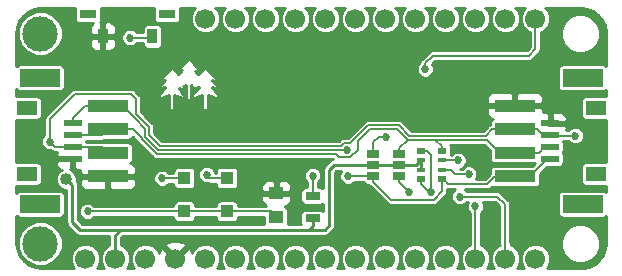
<source format=gtl>
G04 #@! TF.GenerationSoftware,KiCad,Pcbnew,(5.0.0-rc2-dev-444-g2974a2c10)*
G04 #@! TF.CreationDate,2019-11-27T17:23:50-08:00*
G04 #@! TF.ProjectId,Stemma_Host_FeatherWing,5374656D6D615F486F73745F46656174,v01*
G04 #@! TF.SameCoordinates,Original*
G04 #@! TF.FileFunction,Copper,L1,Top,Signal*
G04 #@! TF.FilePolarity,Positive*
%FSLAX46Y46*%
G04 Gerber Fmt 4.6, Leading zero omitted, Abs format (unit mm)*
G04 Created by KiCad (PCBNEW (5.0.0-rc2-dev-444-g2974a2c10)) date 11/27/19 17:23:50*
%MOMM*%
%LPD*%
G01*
G04 APERTURE LIST*
%ADD10R,1.800000X1.200000*%
%ADD11R,1.550000X0.600000*%
%ADD12R,1.250000X1.000000*%
%ADD13C,1.700000*%
%ADD14C,3.000000*%
%ADD15R,1.300000X0.700000*%
%ADD16R,0.800000X0.500000*%
%ADD17R,0.800000X0.400000*%
%ADD18R,1.060000X0.650000*%
%ADD19R,3.500000X1.000000*%
%ADD20R,3.400000X1.500000*%
%ADD21R,1.100000X1.100000*%
%ADD22R,0.900000X1.270000*%
%ADD23R,1.450000X0.800000*%
%ADD24C,0.685800*%
%ADD25C,1.016000*%
%ADD26C,0.254000*%
%ADD27C,0.152400*%
G04 APERTURE END LIST*
D10*
X108762500Y-98050000D03*
X108762500Y-92450000D03*
D11*
X112637500Y-96750000D03*
X112637500Y-95750000D03*
X112637500Y-94750000D03*
X112637500Y-93750000D03*
D10*
X156937500Y-92450000D03*
X156937500Y-98050000D03*
D11*
X153062500Y-93750000D03*
X153062500Y-94750000D03*
X153062500Y-95750000D03*
X153062500Y-96750000D03*
D12*
X129880683Y-99658746D03*
X129880683Y-101658746D03*
D13*
X113715001Y-105206001D03*
X116255001Y-105206001D03*
X118795001Y-105206001D03*
X121335001Y-105206001D03*
X123875001Y-105206001D03*
X126415001Y-105206001D03*
X128955001Y-105206001D03*
X131495001Y-105206001D03*
X134035001Y-105206001D03*
X136575001Y-105206001D03*
X139115001Y-105206001D03*
X141655001Y-105206001D03*
X144195001Y-105206001D03*
X146735001Y-105206001D03*
X149275001Y-105206001D03*
X151815001Y-105206001D03*
X123875001Y-84886001D03*
X126415001Y-84886001D03*
X128955001Y-84886001D03*
X131495001Y-84886001D03*
X134035001Y-84886001D03*
X136575001Y-84886001D03*
X139115001Y-84886001D03*
X141655001Y-84886001D03*
X144195001Y-84886001D03*
X146735001Y-84886001D03*
X149275001Y-84886001D03*
X151815001Y-84886001D03*
D14*
X109905001Y-103936001D03*
X109905001Y-86156001D03*
D15*
X132969000Y-99908746D03*
X132969000Y-101808746D03*
D16*
X143902000Y-98482000D03*
D17*
X143902000Y-97682000D03*
D16*
X143902000Y-96082000D03*
D17*
X143902000Y-96882000D03*
D16*
X142102000Y-98482000D03*
D17*
X142102000Y-96882000D03*
X142102000Y-97682000D03*
D16*
X142102000Y-96082000D03*
D18*
X140292000Y-97282000D03*
X140292000Y-96332000D03*
X140292000Y-98232000D03*
X138092000Y-98232000D03*
X138092000Y-97282000D03*
X138092000Y-96332000D03*
D19*
X115625000Y-92250000D03*
X115625000Y-94250000D03*
X115625000Y-96250000D03*
X115625000Y-98250000D03*
D20*
X109875000Y-89900000D03*
X109875000Y-100600000D03*
X155825000Y-89900000D03*
X155825000Y-100600000D03*
D19*
X150075000Y-92250000D03*
X150075000Y-94250000D03*
X150075000Y-96250000D03*
X150075000Y-98250000D03*
D21*
X122100000Y-98400000D03*
X122100000Y-101200000D03*
X125700000Y-101200000D03*
X125700000Y-98400000D03*
D22*
X119400000Y-86400000D03*
X115200000Y-86400000D03*
D23*
X113950000Y-84500000D03*
X120650000Y-84500000D03*
D24*
X141097000Y-99568000D03*
X146177000Y-98044000D03*
X139192000Y-94869000D03*
X145269000Y-96882000D03*
X142494000Y-89154000D03*
X135890000Y-96012000D03*
X135951000Y-98232000D03*
X143002000Y-99568000D03*
X146748501Y-100774499D03*
X145415000Y-99949000D03*
X147955000Y-102870000D03*
X150622000Y-102870000D03*
X140843000Y-92964000D03*
X146400000Y-89550000D03*
X150622000Y-86868000D03*
X113030000Y-85590000D03*
X112400000Y-103700000D03*
X153289000Y-87884000D03*
X153289000Y-102870000D03*
X121666000Y-85590000D03*
X127900000Y-97800000D03*
X146550000Y-96550000D03*
X137600000Y-89000000D03*
X125200000Y-86400000D03*
D25*
X112100000Y-98500000D03*
D24*
X113900000Y-101200000D03*
X132969000Y-98171000D03*
X120200000Y-98400000D03*
X123995190Y-98095190D03*
X117495190Y-86500000D03*
X110700000Y-95300000D03*
X155200000Y-94800000D03*
D26*
X116255001Y-103200999D02*
X116255001Y-105206001D01*
X116713000Y-102743000D02*
X116255001Y-103200999D01*
X120483429Y-102743000D02*
X116713000Y-102743000D01*
X142102000Y-97682000D02*
X142102000Y-96882000D01*
X141702000Y-97282000D02*
X140292000Y-97282000D01*
X142102000Y-96882000D02*
X141702000Y-97282000D01*
X140292000Y-97282000D02*
X138092000Y-97282000D01*
D27*
X138092000Y-98709400D02*
X139585600Y-100203000D01*
X138092000Y-98232000D02*
X138092000Y-98709400D01*
X143902000Y-98884400D02*
X143902000Y-98482000D01*
X143902000Y-99513822D02*
X143902000Y-98884400D01*
X143212822Y-100203000D02*
X143902000Y-99513822D01*
X139585600Y-100203000D02*
X143212822Y-100203000D01*
X150287000Y-96250000D02*
X151537000Y-96250000D01*
X143902000Y-95679600D02*
X143902000Y-96082000D01*
X143345400Y-95123000D02*
X143902000Y-95679600D01*
X141023600Y-95123000D02*
X143345400Y-95123000D01*
X140292000Y-95854600D02*
X141023600Y-95123000D01*
X140292000Y-96332000D02*
X140292000Y-95854600D01*
X143902000Y-97682000D02*
X144672000Y-97682000D01*
X144672000Y-97682000D02*
X145034000Y-98044000D01*
X145034000Y-98044000D02*
X146177000Y-98044000D01*
X140292000Y-98709400D02*
X140335000Y-98752400D01*
X140292000Y-98232000D02*
X140292000Y-98709400D01*
X140335000Y-98752400D02*
X140335000Y-98806000D01*
X140335000Y-98806000D02*
X141097000Y-99568000D01*
X141097000Y-99568000D02*
X141097000Y-99568000D01*
X146177000Y-98044000D02*
X146177000Y-98044000D01*
X138092000Y-96332000D02*
X138092000Y-95334000D01*
X138092000Y-95334000D02*
X138557000Y-94869000D01*
X138557000Y-94869000D02*
X139192000Y-94869000D01*
X139192000Y-94869000D02*
X139192000Y-94869000D01*
X143902000Y-96882000D02*
X145269000Y-96882000D01*
X145269000Y-96882000D02*
X145269000Y-96882000D01*
X142494000Y-88669067D02*
X143152067Y-88011000D01*
X142494000Y-89154000D02*
X142494000Y-88669067D01*
X143152067Y-88011000D02*
X151257000Y-88011000D01*
X151815001Y-87452999D02*
X151815001Y-84886001D01*
X151257000Y-88011000D02*
X151815001Y-87452999D01*
X144052000Y-98482000D02*
X143902000Y-98482000D01*
X144454400Y-98884400D02*
X144052000Y-98482000D01*
X147750200Y-98884400D02*
X144454400Y-98884400D01*
X148384600Y-98250000D02*
X147750200Y-98884400D01*
X150287000Y-98250000D02*
X148384600Y-98250000D01*
X138092000Y-98232000D02*
X135951000Y-98232000D01*
X135951000Y-98232000D02*
X135890000Y-98171000D01*
X135890000Y-96012000D02*
X135890000Y-96012000D01*
X135951000Y-98232000D02*
X135951000Y-98232000D01*
X142654400Y-96082000D02*
X143002000Y-96429600D01*
X142102000Y-96082000D02*
X142654400Y-96082000D01*
X143002000Y-96429600D02*
X143002000Y-99568000D01*
X142785600Y-99568000D02*
X143002000Y-99568000D01*
X142102000Y-98884400D02*
X142785600Y-99568000D01*
X142102000Y-98482000D02*
X142102000Y-98884400D01*
X143002000Y-99568000D02*
X143002000Y-99568000D01*
X146735001Y-100787999D02*
X146748501Y-100774499D01*
X146735001Y-105206001D02*
X146735001Y-100787999D01*
X149275001Y-104003920D02*
X149225000Y-103953919D01*
X149275001Y-105206001D02*
X149275001Y-104003920D01*
X149225000Y-103953919D02*
X149225000Y-100584000D01*
X148590000Y-99949000D02*
X145415000Y-99949000D01*
X149225000Y-100584000D02*
X148590000Y-99949000D01*
D26*
X134747000Y-97282000D02*
X138092000Y-97282000D01*
X134366000Y-97663000D02*
X134747000Y-97282000D01*
X134366000Y-102362000D02*
X134366000Y-97663000D01*
X133985000Y-102743000D02*
X134366000Y-102362000D01*
X132969000Y-102743000D02*
X133985000Y-102743000D01*
X122692429Y-102743000D02*
X122682000Y-102743000D01*
X122682000Y-102743000D02*
X120483429Y-102743000D01*
X125702937Y-102743000D02*
X124587000Y-102743000D01*
X124587000Y-102743000D02*
X122682000Y-102743000D01*
X132638746Y-102743000D02*
X132334000Y-102743000D01*
X132969000Y-102412746D02*
X132638746Y-102743000D01*
X132969000Y-101808746D02*
X132969000Y-102412746D01*
X125702937Y-102743000D02*
X132334000Y-102743000D01*
X132334000Y-102743000D02*
X132969000Y-102743000D01*
X116713000Y-102743000D02*
X113243000Y-102743000D01*
X113243000Y-102743000D02*
X112600000Y-102100000D01*
X112600000Y-102100000D02*
X112600000Y-102100000D01*
X112100000Y-98500000D02*
X112607999Y-99007999D01*
X112600000Y-99407999D02*
X112607999Y-99400000D01*
X112600000Y-102100000D02*
X112600000Y-99407999D01*
X112607999Y-99007999D02*
X112607999Y-99400000D01*
D27*
X152825000Y-96750000D02*
X153062500Y-96750000D01*
X151325000Y-98250000D02*
X152825000Y-96750000D01*
X150075000Y-98250000D02*
X151325000Y-98250000D01*
X116875000Y-92250000D02*
X115625000Y-92250000D01*
X117983000Y-93358000D02*
X116875000Y-92250000D01*
X113722600Y-92250000D02*
X115625000Y-92250000D01*
X113685100Y-92250000D02*
X113722600Y-92250000D01*
X112637500Y-93297600D02*
X113685100Y-92250000D01*
X112637500Y-93750000D02*
X112637500Y-93297600D01*
X117983000Y-93358000D02*
X117983000Y-93383000D01*
X117983000Y-93383000D02*
X118800000Y-94200000D01*
X119900000Y-96000000D02*
X119900000Y-96012000D01*
X118800000Y-94900000D02*
X119900000Y-96000000D01*
X118800000Y-94200000D02*
X118800000Y-94900000D01*
X119900000Y-96012000D02*
X120015000Y-96012000D01*
X120015000Y-96012000D02*
X135890000Y-96012000D01*
X152587500Y-95750000D02*
X153062500Y-95750000D01*
X152087500Y-96250000D02*
X152587500Y-95750000D01*
X150075000Y-96250000D02*
X152087500Y-96250000D01*
X115125000Y-94750000D02*
X115625000Y-94250000D01*
X112637500Y-94750000D02*
X115125000Y-94750000D01*
X137795000Y-94234000D02*
X140134600Y-94234000D01*
X136779000Y-95250000D02*
X137795000Y-94234000D01*
X136779000Y-95968822D02*
X136779000Y-95250000D01*
X136164321Y-96583501D02*
X136779000Y-95968822D01*
X115625000Y-94250000D02*
X117718934Y-94250000D01*
X117718934Y-94250000D02*
X118495191Y-95026257D01*
X118495191Y-95026257D02*
X118495191Y-95038257D01*
X118495191Y-95038257D02*
X119773744Y-96316810D01*
X140134600Y-94234000D02*
X141023600Y-95123000D01*
X119773744Y-96316810D02*
X134924810Y-96316810D01*
X135191501Y-96583501D02*
X136164321Y-96583501D01*
X134924810Y-96316810D02*
X135191501Y-96583501D01*
X143345400Y-95123000D02*
X146600000Y-95123000D01*
X148825000Y-96250000D02*
X150075000Y-96250000D01*
X147698000Y-95123000D02*
X148825000Y-96250000D01*
X141023600Y-95123000D02*
X147698000Y-95123000D01*
X150075000Y-94250000D02*
X150919362Y-94250000D01*
X152477400Y-94750000D02*
X153062500Y-94750000D01*
X151977400Y-94250000D02*
X152477400Y-94750000D01*
X150075000Y-94250000D02*
X151977400Y-94250000D01*
X119300000Y-101200000D02*
X122100000Y-101200000D01*
X122100000Y-101200000D02*
X125700000Y-101200000D01*
X129421937Y-101200000D02*
X129880683Y-101658746D01*
X125700000Y-101200000D02*
X129421937Y-101200000D01*
X119300000Y-101200000D02*
X113900000Y-101200000D01*
X113900000Y-101200000D02*
X113900000Y-101200000D01*
X132969000Y-99908746D02*
X132969000Y-99406346D01*
X132969000Y-99406346D02*
X132969000Y-98171000D01*
X132969000Y-98171000D02*
X132969000Y-98171000D01*
X120684933Y-98400000D02*
X122100000Y-98400000D01*
X120200000Y-98400000D02*
X120684933Y-98400000D01*
X124300000Y-98400000D02*
X123995190Y-98095190D01*
X125700000Y-98400000D02*
X124300000Y-98400000D01*
X119300000Y-86500000D02*
X119400000Y-86400000D01*
X117495190Y-86500000D02*
X119300000Y-86500000D01*
X111150000Y-95750000D02*
X112637500Y-95750000D01*
X110700000Y-95300000D02*
X111150000Y-95750000D01*
X115125000Y-95750000D02*
X115625000Y-96250000D01*
X112637500Y-95750000D02*
X115125000Y-95750000D01*
X118000000Y-92943934D02*
X118287809Y-93231743D01*
X118000000Y-91700000D02*
X118000000Y-92943934D01*
X119104810Y-94773744D02*
X120038256Y-95707190D01*
X117600000Y-91300000D02*
X118000000Y-91700000D01*
X112800000Y-91300000D02*
X117600000Y-91300000D01*
X110700000Y-93400000D02*
X112800000Y-91300000D01*
X110700000Y-95300000D02*
X110700000Y-93400000D01*
X118287809Y-93231743D02*
X118287809Y-93256743D01*
X137668744Y-93929190D02*
X140260857Y-93929191D01*
X118287809Y-93256743D02*
X119104810Y-94073744D01*
X119104810Y-94073744D02*
X119104810Y-94773744D01*
X120038256Y-95707190D02*
X135348988Y-95707190D01*
X136157435Y-95440499D02*
X137668744Y-93929190D01*
X135348988Y-95707190D02*
X135615679Y-95440499D01*
X140260857Y-93929191D02*
X141149856Y-94818190D01*
X135615679Y-95440499D02*
X136157435Y-95440499D01*
X147604410Y-94818190D02*
X141149856Y-94818190D01*
X148172600Y-94250000D02*
X147604410Y-94818190D01*
X150075000Y-94250000D02*
X148172600Y-94250000D01*
X153112500Y-94800000D02*
X153062500Y-94750000D01*
X155200000Y-94800000D02*
X153112500Y-94800000D01*
D26*
G36*
X112836536Y-84100000D02*
X112836536Y-84900000D01*
X112866106Y-85048659D01*
X112950314Y-85174686D01*
X113076341Y-85258894D01*
X113225000Y-85288464D01*
X114328511Y-85288464D01*
X114211673Y-85405301D01*
X114115000Y-85638690D01*
X114115000Y-86114250D01*
X114273750Y-86273000D01*
X115073000Y-86273000D01*
X115073000Y-85288750D01*
X115327000Y-85288750D01*
X115327000Y-86273000D01*
X116126250Y-86273000D01*
X116285000Y-86114250D01*
X116285000Y-85638690D01*
X116188327Y-85405301D01*
X116009698Y-85226673D01*
X115776309Y-85130000D01*
X115485750Y-85130000D01*
X115327000Y-85288750D01*
X115073000Y-85288750D01*
X114953391Y-85169141D01*
X115033894Y-85048659D01*
X115063464Y-84900000D01*
X115063464Y-84100000D01*
X115042976Y-83997000D01*
X119557024Y-83997000D01*
X119536536Y-84100000D01*
X119536536Y-84900000D01*
X119566106Y-85048659D01*
X119650314Y-85174686D01*
X119776341Y-85258894D01*
X119925000Y-85288464D01*
X121375000Y-85288464D01*
X121523659Y-85258894D01*
X121649686Y-85174686D01*
X121733894Y-85048659D01*
X121763464Y-84900000D01*
X121763464Y-84100000D01*
X121742976Y-83997000D01*
X123023104Y-83997000D01*
X122831409Y-84188695D01*
X122644001Y-84641140D01*
X122644001Y-85130862D01*
X122831409Y-85583307D01*
X123177695Y-85929593D01*
X123630140Y-86117001D01*
X124119862Y-86117001D01*
X124572307Y-85929593D01*
X124918593Y-85583307D01*
X125106001Y-85130862D01*
X125106001Y-84641140D01*
X124918593Y-84188695D01*
X124726898Y-83997000D01*
X125563104Y-83997000D01*
X125371409Y-84188695D01*
X125184001Y-84641140D01*
X125184001Y-85130862D01*
X125371409Y-85583307D01*
X125717695Y-85929593D01*
X126170140Y-86117001D01*
X126659862Y-86117001D01*
X127112307Y-85929593D01*
X127458593Y-85583307D01*
X127646001Y-85130862D01*
X127646001Y-84641140D01*
X127458593Y-84188695D01*
X127266898Y-83997000D01*
X128103104Y-83997000D01*
X127911409Y-84188695D01*
X127724001Y-84641140D01*
X127724001Y-85130862D01*
X127911409Y-85583307D01*
X128257695Y-85929593D01*
X128710140Y-86117001D01*
X129199862Y-86117001D01*
X129652307Y-85929593D01*
X129998593Y-85583307D01*
X130186001Y-85130862D01*
X130186001Y-84641140D01*
X129998593Y-84188695D01*
X129806898Y-83997000D01*
X130643104Y-83997000D01*
X130451409Y-84188695D01*
X130264001Y-84641140D01*
X130264001Y-85130862D01*
X130451409Y-85583307D01*
X130797695Y-85929593D01*
X131250140Y-86117001D01*
X131739862Y-86117001D01*
X132192307Y-85929593D01*
X132538593Y-85583307D01*
X132726001Y-85130862D01*
X132726001Y-84641140D01*
X132538593Y-84188695D01*
X132346898Y-83997000D01*
X133183104Y-83997000D01*
X132991409Y-84188695D01*
X132804001Y-84641140D01*
X132804001Y-85130862D01*
X132991409Y-85583307D01*
X133337695Y-85929593D01*
X133790140Y-86117001D01*
X134279862Y-86117001D01*
X134732307Y-85929593D01*
X135078593Y-85583307D01*
X135266001Y-85130862D01*
X135266001Y-84641140D01*
X135078593Y-84188695D01*
X134886898Y-83997000D01*
X135723104Y-83997000D01*
X135531409Y-84188695D01*
X135344001Y-84641140D01*
X135344001Y-85130862D01*
X135531409Y-85583307D01*
X135877695Y-85929593D01*
X136330140Y-86117001D01*
X136819862Y-86117001D01*
X137272307Y-85929593D01*
X137618593Y-85583307D01*
X137806001Y-85130862D01*
X137806001Y-84641140D01*
X137618593Y-84188695D01*
X137426898Y-83997000D01*
X138263104Y-83997000D01*
X138071409Y-84188695D01*
X137884001Y-84641140D01*
X137884001Y-85130862D01*
X138071409Y-85583307D01*
X138417695Y-85929593D01*
X138870140Y-86117001D01*
X139359862Y-86117001D01*
X139812307Y-85929593D01*
X140158593Y-85583307D01*
X140346001Y-85130862D01*
X140346001Y-84641140D01*
X140158593Y-84188695D01*
X139966898Y-83997000D01*
X140803104Y-83997000D01*
X140611409Y-84188695D01*
X140424001Y-84641140D01*
X140424001Y-85130862D01*
X140611409Y-85583307D01*
X140957695Y-85929593D01*
X141410140Y-86117001D01*
X141899862Y-86117001D01*
X142352307Y-85929593D01*
X142698593Y-85583307D01*
X142886001Y-85130862D01*
X142886001Y-84641140D01*
X142698593Y-84188695D01*
X142506898Y-83997000D01*
X143343104Y-83997000D01*
X143151409Y-84188695D01*
X142964001Y-84641140D01*
X142964001Y-85130862D01*
X143151409Y-85583307D01*
X143497695Y-85929593D01*
X143950140Y-86117001D01*
X144439862Y-86117001D01*
X144892307Y-85929593D01*
X145238593Y-85583307D01*
X145426001Y-85130862D01*
X145426001Y-84641140D01*
X145238593Y-84188695D01*
X145046898Y-83997000D01*
X145883104Y-83997000D01*
X145691409Y-84188695D01*
X145504001Y-84641140D01*
X145504001Y-85130862D01*
X145691409Y-85583307D01*
X146037695Y-85929593D01*
X146490140Y-86117001D01*
X146979862Y-86117001D01*
X147432307Y-85929593D01*
X147778593Y-85583307D01*
X147966001Y-85130862D01*
X147966001Y-84641140D01*
X147778593Y-84188695D01*
X147586898Y-83997000D01*
X148423104Y-83997000D01*
X148231409Y-84188695D01*
X148044001Y-84641140D01*
X148044001Y-85130862D01*
X148231409Y-85583307D01*
X148577695Y-85929593D01*
X149030140Y-86117001D01*
X149519862Y-86117001D01*
X149972307Y-85929593D01*
X150318593Y-85583307D01*
X150506001Y-85130862D01*
X150506001Y-84641140D01*
X150318593Y-84188695D01*
X150126898Y-83997000D01*
X150963104Y-83997000D01*
X150771409Y-84188695D01*
X150584001Y-84641140D01*
X150584001Y-85130862D01*
X150771409Y-85583307D01*
X151117695Y-85929593D01*
X151357802Y-86029048D01*
X151357801Y-87263621D01*
X151067622Y-87553800D01*
X143197096Y-87553800D01*
X143152066Y-87544843D01*
X142973676Y-87580327D01*
X142822444Y-87681377D01*
X142796937Y-87719551D01*
X142202552Y-88313937D01*
X142164378Y-88339444D01*
X142138871Y-88377618D01*
X142138870Y-88377619D01*
X142063327Y-88490677D01*
X142045884Y-88578367D01*
X141880307Y-88743944D01*
X141770100Y-89010007D01*
X141770100Y-89297993D01*
X141880307Y-89564056D01*
X142083944Y-89767693D01*
X142350007Y-89877900D01*
X142637993Y-89877900D01*
X142904056Y-89767693D01*
X143107693Y-89564056D01*
X143217900Y-89297993D01*
X143217900Y-89010007D01*
X143107693Y-88743944D01*
X143086697Y-88722948D01*
X143341446Y-88468200D01*
X151211970Y-88468200D01*
X151257000Y-88477157D01*
X151302030Y-88468200D01*
X151435391Y-88441673D01*
X151586623Y-88340623D01*
X151612132Y-88302446D01*
X152106447Y-87808131D01*
X152144624Y-87782622D01*
X152245674Y-87631390D01*
X152272201Y-87498029D01*
X152272201Y-87498028D01*
X152281158Y-87452999D01*
X152272201Y-87407969D01*
X152272201Y-86029048D01*
X152512307Y-85929593D01*
X152610325Y-85831575D01*
X153994001Y-85831575D01*
X153994001Y-86480427D01*
X154242306Y-87079888D01*
X154701114Y-87538696D01*
X155300575Y-87787001D01*
X155949427Y-87787001D01*
X156548888Y-87538696D01*
X157007696Y-87079888D01*
X157256001Y-86480427D01*
X157256001Y-85831575D01*
X157007696Y-85232114D01*
X156548888Y-84773306D01*
X155949427Y-84525001D01*
X155300575Y-84525001D01*
X154701114Y-84773306D01*
X154242306Y-85232114D01*
X153994001Y-85831575D01*
X152610325Y-85831575D01*
X152858593Y-85583307D01*
X153046001Y-85130862D01*
X153046001Y-84641140D01*
X152858593Y-84188695D01*
X152666898Y-83997000D01*
X155674887Y-83997000D01*
X156225631Y-84066575D01*
X156716370Y-84260872D01*
X157143366Y-84571103D01*
X157479797Y-84977779D01*
X157704520Y-85455340D01*
X157807267Y-85993957D01*
X157811001Y-86112792D01*
X157811001Y-88892248D01*
X157799686Y-88875314D01*
X157673659Y-88791106D01*
X157525000Y-88761536D01*
X154125000Y-88761536D01*
X153976341Y-88791106D01*
X153850314Y-88875314D01*
X153766106Y-89001341D01*
X153736536Y-89150000D01*
X153736536Y-90650000D01*
X153766106Y-90798659D01*
X153850314Y-90924686D01*
X153976341Y-91008894D01*
X154125000Y-91038464D01*
X157525000Y-91038464D01*
X157673659Y-91008894D01*
X157799686Y-90924686D01*
X157811001Y-90907752D01*
X157811001Y-91461536D01*
X156037500Y-91461536D01*
X155888841Y-91491106D01*
X155762814Y-91575314D01*
X155678606Y-91701341D01*
X155649036Y-91850000D01*
X155649036Y-93050000D01*
X155678606Y-93198659D01*
X155762814Y-93324686D01*
X155888841Y-93408894D01*
X156037500Y-93438464D01*
X157811001Y-93438464D01*
X157811000Y-97061536D01*
X156037500Y-97061536D01*
X155888841Y-97091106D01*
X155762814Y-97175314D01*
X155678606Y-97301341D01*
X155649036Y-97450000D01*
X155649036Y-98650000D01*
X155678606Y-98798659D01*
X155762814Y-98924686D01*
X155888841Y-99008894D01*
X156037500Y-99038464D01*
X157811000Y-99038464D01*
X157811000Y-99592247D01*
X157799686Y-99575314D01*
X157673659Y-99491106D01*
X157525000Y-99461536D01*
X154125000Y-99461536D01*
X153976341Y-99491106D01*
X153850314Y-99575314D01*
X153766106Y-99701341D01*
X153736536Y-99850000D01*
X153736536Y-101350000D01*
X153766106Y-101498659D01*
X153850314Y-101624686D01*
X153976341Y-101708894D01*
X154125000Y-101738464D01*
X157525000Y-101738464D01*
X157673659Y-101708894D01*
X157799686Y-101624686D01*
X157811000Y-101607753D01*
X157811000Y-103858887D01*
X157741425Y-104409632D01*
X157547128Y-104900369D01*
X157236899Y-105327364D01*
X156830222Y-105663796D01*
X156352660Y-105888520D01*
X155814043Y-105991267D01*
X155695240Y-105995000D01*
X152766900Y-105995000D01*
X152858593Y-105903307D01*
X153046001Y-105450862D01*
X153046001Y-104961140D01*
X152858593Y-104508695D01*
X152512307Y-104162409D01*
X152059862Y-103975001D01*
X151570140Y-103975001D01*
X151117695Y-104162409D01*
X150771409Y-104508695D01*
X150584001Y-104961140D01*
X150584001Y-105450862D01*
X150771409Y-105903307D01*
X150863102Y-105995000D01*
X150226900Y-105995000D01*
X150318593Y-105903307D01*
X150506001Y-105450862D01*
X150506001Y-104961140D01*
X150318593Y-104508695D01*
X149972307Y-104162409D01*
X149732201Y-104062954D01*
X149732201Y-104048949D01*
X149741158Y-104003919D01*
X149720395Y-103899538D01*
X149705674Y-103825529D01*
X149682200Y-103790398D01*
X149682200Y-103611575D01*
X153994001Y-103611575D01*
X153994001Y-104260427D01*
X154242306Y-104859888D01*
X154701114Y-105318696D01*
X155300575Y-105567001D01*
X155949427Y-105567001D01*
X156548888Y-105318696D01*
X157007696Y-104859888D01*
X157256001Y-104260427D01*
X157256001Y-103611575D01*
X157007696Y-103012114D01*
X156548888Y-102553306D01*
X155949427Y-102305001D01*
X155300575Y-102305001D01*
X154701114Y-102553306D01*
X154242306Y-103012114D01*
X153994001Y-103611575D01*
X149682200Y-103611575D01*
X149682200Y-100629030D01*
X149691157Y-100584000D01*
X149655673Y-100405609D01*
X149638343Y-100379673D01*
X149554623Y-100254377D01*
X149516446Y-100228868D01*
X148945132Y-99657554D01*
X148919623Y-99619377D01*
X148768391Y-99518327D01*
X148635030Y-99491800D01*
X148590000Y-99482843D01*
X148544970Y-99491800D01*
X145981549Y-99491800D01*
X145831349Y-99341600D01*
X147705170Y-99341600D01*
X147750200Y-99350557D01*
X147795230Y-99341600D01*
X147928591Y-99315073D01*
X148079823Y-99214023D01*
X148105332Y-99175846D01*
X148173909Y-99107269D01*
X148176341Y-99108894D01*
X148325000Y-99138464D01*
X151825000Y-99138464D01*
X151973659Y-99108894D01*
X152099686Y-99024686D01*
X152183894Y-98898659D01*
X152213464Y-98750000D01*
X152213464Y-98008114D01*
X152783114Y-97438464D01*
X153837500Y-97438464D01*
X153986159Y-97408894D01*
X154112186Y-97324686D01*
X154196394Y-97198659D01*
X154225964Y-97050000D01*
X154225964Y-96450000D01*
X154196394Y-96301341D01*
X154162089Y-96250000D01*
X154196394Y-96198659D01*
X154225964Y-96050000D01*
X154225964Y-95450000D01*
X154196394Y-95301341D01*
X154166900Y-95257200D01*
X154633451Y-95257200D01*
X154789944Y-95413693D01*
X155056007Y-95523900D01*
X155343993Y-95523900D01*
X155610056Y-95413693D01*
X155813693Y-95210056D01*
X155923900Y-94943993D01*
X155923900Y-94656007D01*
X155813693Y-94389944D01*
X155610056Y-94186307D01*
X155343993Y-94076100D01*
X155056007Y-94076100D01*
X154789944Y-94186307D01*
X154633451Y-94342800D01*
X154403537Y-94342800D01*
X154472500Y-94176309D01*
X154472500Y-94035750D01*
X154313750Y-93877000D01*
X153189500Y-93877000D01*
X153189500Y-93897000D01*
X152935500Y-93897000D01*
X152935500Y-93877000D01*
X152915500Y-93877000D01*
X152915500Y-93623000D01*
X152935500Y-93623000D01*
X152935500Y-92973750D01*
X153189500Y-92973750D01*
X153189500Y-93623000D01*
X154313750Y-93623000D01*
X154472500Y-93464250D01*
X154472500Y-93323691D01*
X154375827Y-93090302D01*
X154197199Y-92911673D01*
X153963810Y-92815000D01*
X153348250Y-92815000D01*
X153189500Y-92973750D01*
X152935500Y-92973750D01*
X152776750Y-92815000D01*
X152460000Y-92815000D01*
X152460000Y-92535750D01*
X152301250Y-92377000D01*
X150202000Y-92377000D01*
X150202000Y-92397000D01*
X149948000Y-92397000D01*
X149948000Y-92377000D01*
X147848750Y-92377000D01*
X147690000Y-92535750D01*
X147690000Y-92876309D01*
X147786673Y-93109698D01*
X147965301Y-93288327D01*
X148198690Y-93385000D01*
X148207038Y-93385000D01*
X148176341Y-93391106D01*
X148050314Y-93475314D01*
X147966106Y-93601341D01*
X147936536Y-93750000D01*
X147936536Y-93857863D01*
X147842977Y-93920377D01*
X147817470Y-93958551D01*
X147415032Y-94360990D01*
X141339234Y-94360990D01*
X140615987Y-93637743D01*
X140590480Y-93599569D01*
X140552305Y-93574061D01*
X140439247Y-93498518D01*
X140260857Y-93463034D01*
X140215822Y-93471992D01*
X137713774Y-93471990D01*
X137668744Y-93463033D01*
X137490353Y-93498517D01*
X137396295Y-93561365D01*
X137339122Y-93599567D01*
X137313615Y-93637741D01*
X135968057Y-94983299D01*
X135660708Y-94983299D01*
X135615678Y-94974342D01*
X135503875Y-94996581D01*
X135437288Y-95009826D01*
X135286056Y-95110876D01*
X135260547Y-95149053D01*
X135159610Y-95249990D01*
X120227635Y-95249990D01*
X119562010Y-94584366D01*
X119562010Y-94118774D01*
X119570967Y-94073744D01*
X119535483Y-93895353D01*
X119459940Y-93782295D01*
X119434433Y-93744121D01*
X119396259Y-93718614D01*
X118693283Y-93015639D01*
X118617432Y-92902120D01*
X118579253Y-92876610D01*
X118457200Y-92754556D01*
X118457200Y-91745028D01*
X118466157Y-91699999D01*
X118450978Y-91623691D01*
X118430673Y-91521609D01*
X118375352Y-91438815D01*
X119923494Y-91438815D01*
X119928843Y-91488078D01*
X119952637Y-91531544D01*
X119991254Y-91562596D01*
X120038815Y-91576506D01*
X120088078Y-91571157D01*
X120798000Y-91348039D01*
X120798000Y-92475000D01*
X120807667Y-92523601D01*
X120835197Y-92564803D01*
X120876399Y-92592333D01*
X120925000Y-92602000D01*
X121125000Y-92602000D01*
X121173601Y-92592333D01*
X121214803Y-92564803D01*
X121242333Y-92523601D01*
X121252000Y-92475000D01*
X121252000Y-91352800D01*
X121958811Y-91595135D01*
X122029523Y-91598521D01*
X122074545Y-91577821D01*
X122108218Y-91541467D01*
X122125416Y-91494994D01*
X122123521Y-91445477D01*
X122102821Y-91400455D01*
X121614504Y-90726914D01*
X121883457Y-90820013D01*
X121915260Y-90826626D01*
X121964459Y-90820715D01*
X122007651Y-90796426D01*
X122038260Y-90757457D01*
X122051626Y-90709740D01*
X122045715Y-90660541D01*
X122021426Y-90617349D01*
X122016581Y-90611697D01*
X122211770Y-90546788D01*
X122211770Y-91670717D01*
X122221437Y-91719318D01*
X122248967Y-91760520D01*
X122290169Y-91788050D01*
X122338770Y-91797717D01*
X122538770Y-91797717D01*
X122587371Y-91788050D01*
X122628573Y-91760520D01*
X122656103Y-91719318D01*
X122665770Y-91670717D01*
X122665770Y-90543075D01*
X122785992Y-90580363D01*
X122785197Y-90581158D01*
X122765607Y-90606447D01*
X122749245Y-90653221D01*
X122752029Y-90702696D01*
X122773534Y-90747339D01*
X122810486Y-90780354D01*
X122857260Y-90796716D01*
X122906735Y-90793932D01*
X123314739Y-90688641D01*
X122775581Y-91366936D01*
X122748494Y-91434776D01*
X122753843Y-91484039D01*
X122777637Y-91527505D01*
X122816254Y-91558557D01*
X122863815Y-91572467D01*
X122913078Y-91567118D01*
X123623000Y-91344000D01*
X123623000Y-92470961D01*
X123632667Y-92519562D01*
X123660197Y-92560764D01*
X123701399Y-92588294D01*
X123750000Y-92597961D01*
X123950000Y-92597961D01*
X123998601Y-92588294D01*
X124039803Y-92560764D01*
X124067333Y-92519562D01*
X124077000Y-92470961D01*
X124077000Y-91623691D01*
X147690000Y-91623691D01*
X147690000Y-91964250D01*
X147848750Y-92123000D01*
X149948000Y-92123000D01*
X149948000Y-91273750D01*
X150202000Y-91273750D01*
X150202000Y-92123000D01*
X152301250Y-92123000D01*
X152460000Y-91964250D01*
X152460000Y-91623691D01*
X152363327Y-91390302D01*
X152184699Y-91211673D01*
X151951310Y-91115000D01*
X150360750Y-91115000D01*
X150202000Y-91273750D01*
X149948000Y-91273750D01*
X149789250Y-91115000D01*
X148198690Y-91115000D01*
X147965301Y-91211673D01*
X147786673Y-91390302D01*
X147690000Y-91623691D01*
X124077000Y-91623691D01*
X124077000Y-91348761D01*
X124783811Y-91591096D01*
X124854523Y-91594482D01*
X124899545Y-91573782D01*
X124933218Y-91537428D01*
X124950416Y-91490955D01*
X124948521Y-91441438D01*
X124927821Y-91396416D01*
X124415343Y-90689550D01*
X124716275Y-90772440D01*
X124743651Y-90776841D01*
X124792674Y-90769616D01*
X124835201Y-90744180D01*
X124864756Y-90704406D01*
X124876841Y-90656349D01*
X124869616Y-90607326D01*
X124844180Y-90564799D01*
X124407359Y-90081943D01*
X124611964Y-90146170D01*
X124643845Y-90151851D01*
X124692858Y-90144550D01*
X124735345Y-90119049D01*
X124764840Y-90079230D01*
X124776851Y-90031155D01*
X124769550Y-89982142D01*
X124744049Y-89939655D01*
X123969049Y-89085616D01*
X123923601Y-89053628D01*
X123875000Y-89043961D01*
X123826399Y-89053628D01*
X123785197Y-89081158D01*
X123265218Y-89601137D01*
X123247564Y-89568697D01*
X123017746Y-89292916D01*
X123113507Y-89321644D01*
X123138065Y-89326438D01*
X123187359Y-89321381D01*
X123230966Y-89297844D01*
X123262246Y-89259412D01*
X123276438Y-89211935D01*
X123271381Y-89162641D01*
X123247844Y-89119034D01*
X122561614Y-88289751D01*
X122509324Y-88252168D01*
X122460490Y-88243759D01*
X122412155Y-88254679D01*
X122371678Y-88283264D01*
X121607908Y-89087547D01*
X121575414Y-89150354D01*
X121575466Y-89199907D01*
X121594477Y-89245668D01*
X121629553Y-89280670D01*
X121675354Y-89299586D01*
X121724907Y-89299534D01*
X121869888Y-89270538D01*
X121578689Y-89617203D01*
X121148035Y-89094265D01*
X121098601Y-89057667D01*
X121050000Y-89048000D01*
X121001399Y-89057667D01*
X120960197Y-89085197D01*
X120160197Y-89885197D01*
X120142304Y-89907690D01*
X120124744Y-89954027D01*
X120126252Y-90003557D01*
X120146600Y-90048740D01*
X120182690Y-90082696D01*
X120229027Y-90100256D01*
X120278557Y-90098748D01*
X120497073Y-90048321D01*
X119960197Y-90585197D01*
X119940607Y-90610486D01*
X119924245Y-90657260D01*
X119927029Y-90706735D01*
X119948534Y-90751378D01*
X119985486Y-90784393D01*
X120032260Y-90800755D01*
X120081735Y-90797971D01*
X120489739Y-90692680D01*
X119950581Y-91370975D01*
X119923494Y-91438815D01*
X118375352Y-91438815D01*
X118329623Y-91370377D01*
X118291446Y-91344868D01*
X117955132Y-91008554D01*
X117929623Y-90970377D01*
X117778391Y-90869327D01*
X117645030Y-90842800D01*
X117600000Y-90833843D01*
X117554970Y-90842800D01*
X112845024Y-90842800D01*
X112799999Y-90833844D01*
X112754974Y-90842800D01*
X112754970Y-90842800D01*
X112621609Y-90869327D01*
X112470377Y-90970377D01*
X112444868Y-91008554D01*
X110408552Y-93044870D01*
X110370378Y-93070377D01*
X110344871Y-93108551D01*
X110344870Y-93108552D01*
X110269327Y-93221610D01*
X110233843Y-93400000D01*
X110242801Y-93445035D01*
X110242800Y-94733451D01*
X110086307Y-94889944D01*
X109976100Y-95156007D01*
X109976100Y-95443993D01*
X110086307Y-95710056D01*
X110289944Y-95913693D01*
X110556007Y-96023900D01*
X110777321Y-96023900D01*
X110794870Y-96041448D01*
X110820377Y-96079623D01*
X110858551Y-96105130D01*
X110971609Y-96180673D01*
X111149999Y-96216157D01*
X111195029Y-96207200D01*
X111275752Y-96207200D01*
X111227500Y-96323691D01*
X111227500Y-96464250D01*
X111386250Y-96623000D01*
X112510500Y-96623000D01*
X112510500Y-96603000D01*
X112764500Y-96603000D01*
X112764500Y-96623000D01*
X112784500Y-96623000D01*
X112784500Y-96877000D01*
X112764500Y-96877000D01*
X112764500Y-97526250D01*
X112923250Y-97685000D01*
X113240000Y-97685000D01*
X113240000Y-97964250D01*
X113398750Y-98123000D01*
X115498000Y-98123000D01*
X115498000Y-98103000D01*
X115752000Y-98103000D01*
X115752000Y-98123000D01*
X117851250Y-98123000D01*
X118010000Y-97964250D01*
X118010000Y-97623691D01*
X117913327Y-97390302D01*
X117734699Y-97211673D01*
X117501310Y-97115000D01*
X117492962Y-97115000D01*
X117523659Y-97108894D01*
X117649686Y-97024686D01*
X117733894Y-96898659D01*
X117763464Y-96750000D01*
X117763464Y-95750000D01*
X117733894Y-95601341D01*
X117649686Y-95475314D01*
X117523659Y-95391106D01*
X117375000Y-95361536D01*
X115366561Y-95361536D01*
X115303391Y-95319327D01*
X115170030Y-95292800D01*
X115125000Y-95283843D01*
X115079970Y-95292800D01*
X113765687Y-95292800D01*
X113737089Y-95250000D01*
X113765687Y-95207200D01*
X115079970Y-95207200D01*
X115125000Y-95216157D01*
X115170030Y-95207200D01*
X115303391Y-95180673D01*
X115366561Y-95138464D01*
X117375000Y-95138464D01*
X117523659Y-95108894D01*
X117649686Y-95024686D01*
X117728735Y-94906380D01*
X118115897Y-95293541D01*
X118165568Y-95367880D01*
X118203745Y-95393389D01*
X119418613Y-96608258D01*
X119444121Y-96646433D01*
X119482295Y-96671940D01*
X119595353Y-96747483D01*
X119773744Y-96782967D01*
X119818774Y-96774010D01*
X134696918Y-96774010D01*
X134548788Y-96803475D01*
X134380753Y-96915753D01*
X134352412Y-96958168D01*
X134042166Y-97268414D01*
X133999754Y-97296753D01*
X133971415Y-97339165D01*
X133971412Y-97339168D01*
X133887475Y-97464789D01*
X133848049Y-97663000D01*
X133858001Y-97713033D01*
X133858001Y-99260216D01*
X133767659Y-99199852D01*
X133619000Y-99170282D01*
X133426200Y-99170282D01*
X133426200Y-98737549D01*
X133582693Y-98581056D01*
X133692900Y-98314993D01*
X133692900Y-98027007D01*
X133582693Y-97760944D01*
X133379056Y-97557307D01*
X133112993Y-97447100D01*
X132825007Y-97447100D01*
X132558944Y-97557307D01*
X132355307Y-97760944D01*
X132245100Y-98027007D01*
X132245100Y-98314993D01*
X132355307Y-98581056D01*
X132511801Y-98737550D01*
X132511800Y-99170282D01*
X132319000Y-99170282D01*
X132170341Y-99199852D01*
X132044314Y-99284060D01*
X131960106Y-99410087D01*
X131930536Y-99558746D01*
X131930536Y-100258746D01*
X131960106Y-100407405D01*
X132044314Y-100533432D01*
X132170341Y-100617640D01*
X132319000Y-100647210D01*
X133619000Y-100647210D01*
X133767659Y-100617640D01*
X133858000Y-100557276D01*
X133858000Y-101160216D01*
X133767659Y-101099852D01*
X133619000Y-101070282D01*
X132319000Y-101070282D01*
X132170341Y-101099852D01*
X132044314Y-101184060D01*
X131960106Y-101310087D01*
X131930536Y-101458746D01*
X131930536Y-102158746D01*
X131945704Y-102235000D01*
X130878979Y-102235000D01*
X130894147Y-102158746D01*
X130894147Y-101158746D01*
X130864577Y-101010087D01*
X130780369Y-100884060D01*
X130654342Y-100799852D01*
X130623645Y-100793746D01*
X130631993Y-100793746D01*
X130865382Y-100697073D01*
X131044010Y-100518444D01*
X131140683Y-100285055D01*
X131140683Y-99944496D01*
X130981933Y-99785746D01*
X130007683Y-99785746D01*
X130007683Y-99805746D01*
X129753683Y-99805746D01*
X129753683Y-99785746D01*
X128779433Y-99785746D01*
X128620683Y-99944496D01*
X128620683Y-100285055D01*
X128717356Y-100518444D01*
X128895984Y-100697073D01*
X129006379Y-100742800D01*
X126638464Y-100742800D01*
X126638464Y-100650000D01*
X126608894Y-100501341D01*
X126524686Y-100375314D01*
X126398659Y-100291106D01*
X126250000Y-100261536D01*
X125150000Y-100261536D01*
X125001341Y-100291106D01*
X124875314Y-100375314D01*
X124791106Y-100501341D01*
X124761536Y-100650000D01*
X124761536Y-100742800D01*
X123038464Y-100742800D01*
X123038464Y-100650000D01*
X123008894Y-100501341D01*
X122924686Y-100375314D01*
X122798659Y-100291106D01*
X122650000Y-100261536D01*
X121550000Y-100261536D01*
X121401341Y-100291106D01*
X121275314Y-100375314D01*
X121191106Y-100501341D01*
X121161536Y-100650000D01*
X121161536Y-100742800D01*
X114466549Y-100742800D01*
X114310056Y-100586307D01*
X114043993Y-100476100D01*
X113756007Y-100476100D01*
X113489944Y-100586307D01*
X113286307Y-100789944D01*
X113176100Y-101056007D01*
X113176100Y-101343993D01*
X113286307Y-101610056D01*
X113489944Y-101813693D01*
X113756007Y-101923900D01*
X114043993Y-101923900D01*
X114310056Y-101813693D01*
X114466549Y-101657200D01*
X121161536Y-101657200D01*
X121161536Y-101750000D01*
X121191106Y-101898659D01*
X121275314Y-102024686D01*
X121401341Y-102108894D01*
X121550000Y-102138464D01*
X122650000Y-102138464D01*
X122798659Y-102108894D01*
X122924686Y-102024686D01*
X123008894Y-101898659D01*
X123038464Y-101750000D01*
X123038464Y-101657200D01*
X124761536Y-101657200D01*
X124761536Y-101750000D01*
X124791106Y-101898659D01*
X124875314Y-102024686D01*
X125001341Y-102108894D01*
X125150000Y-102138464D01*
X126250000Y-102138464D01*
X126398659Y-102108894D01*
X126524686Y-102024686D01*
X126608894Y-101898659D01*
X126638464Y-101750000D01*
X126638464Y-101657200D01*
X128867219Y-101657200D01*
X128867219Y-102158746D01*
X128882387Y-102235000D01*
X116763027Y-102235000D01*
X116712999Y-102225049D01*
X116662971Y-102235000D01*
X113453420Y-102235000D01*
X113108000Y-101889580D01*
X113108000Y-99490245D01*
X113115999Y-99450031D01*
X113115999Y-99450029D01*
X113125950Y-99400001D01*
X113115999Y-99349973D01*
X113115999Y-99058026D01*
X113125950Y-99007998D01*
X113115999Y-98957968D01*
X113115999Y-98957967D01*
X113086524Y-98809787D01*
X113079348Y-98799048D01*
X113002587Y-98684166D01*
X113002585Y-98684164D01*
X112989000Y-98663833D01*
X112989000Y-98535750D01*
X113240000Y-98535750D01*
X113240000Y-98876309D01*
X113336673Y-99109698D01*
X113515301Y-99288327D01*
X113748690Y-99385000D01*
X115339250Y-99385000D01*
X115498000Y-99226250D01*
X115498000Y-98377000D01*
X115752000Y-98377000D01*
X115752000Y-99226250D01*
X115910750Y-99385000D01*
X117501310Y-99385000D01*
X117734699Y-99288327D01*
X117913327Y-99109698D01*
X118010000Y-98876309D01*
X118010000Y-98535750D01*
X117851250Y-98377000D01*
X115752000Y-98377000D01*
X115498000Y-98377000D01*
X113398750Y-98377000D01*
X113240000Y-98535750D01*
X112989000Y-98535750D01*
X112989000Y-98323167D01*
X112961182Y-98256007D01*
X119476100Y-98256007D01*
X119476100Y-98543993D01*
X119586307Y-98810056D01*
X119789944Y-99013693D01*
X120056007Y-99123900D01*
X120343993Y-99123900D01*
X120610056Y-99013693D01*
X120766549Y-98857200D01*
X121161536Y-98857200D01*
X121161536Y-98950000D01*
X121191106Y-99098659D01*
X121275314Y-99224686D01*
X121401341Y-99308894D01*
X121550000Y-99338464D01*
X122650000Y-99338464D01*
X122798659Y-99308894D01*
X122924686Y-99224686D01*
X123008894Y-99098659D01*
X123038464Y-98950000D01*
X123038464Y-97951197D01*
X123271290Y-97951197D01*
X123271290Y-98239183D01*
X123381497Y-98505246D01*
X123585134Y-98708883D01*
X123851197Y-98819090D01*
X124104274Y-98819090D01*
X124121609Y-98830673D01*
X124254970Y-98857200D01*
X124299999Y-98866157D01*
X124345028Y-98857200D01*
X124761536Y-98857200D01*
X124761536Y-98950000D01*
X124791106Y-99098659D01*
X124875314Y-99224686D01*
X125001341Y-99308894D01*
X125150000Y-99338464D01*
X126250000Y-99338464D01*
X126398659Y-99308894D01*
X126524686Y-99224686D01*
X126608894Y-99098659D01*
X126622066Y-99032437D01*
X128620683Y-99032437D01*
X128620683Y-99372996D01*
X128779433Y-99531746D01*
X129753683Y-99531746D01*
X129753683Y-98682496D01*
X130007683Y-98682496D01*
X130007683Y-99531746D01*
X130981933Y-99531746D01*
X131140683Y-99372996D01*
X131140683Y-99032437D01*
X131044010Y-98799048D01*
X130865382Y-98620419D01*
X130631993Y-98523746D01*
X130166433Y-98523746D01*
X130007683Y-98682496D01*
X129753683Y-98682496D01*
X129594933Y-98523746D01*
X129129373Y-98523746D01*
X128895984Y-98620419D01*
X128717356Y-98799048D01*
X128620683Y-99032437D01*
X126622066Y-99032437D01*
X126638464Y-98950000D01*
X126638464Y-97850000D01*
X126608894Y-97701341D01*
X126524686Y-97575314D01*
X126398659Y-97491106D01*
X126250000Y-97461536D01*
X125150000Y-97461536D01*
X125001341Y-97491106D01*
X124875314Y-97575314D01*
X124791106Y-97701341D01*
X124761536Y-97850000D01*
X124761536Y-97942800D01*
X124715612Y-97942800D01*
X124608883Y-97685134D01*
X124405246Y-97481497D01*
X124139183Y-97371290D01*
X123851197Y-97371290D01*
X123585134Y-97481497D01*
X123381497Y-97685134D01*
X123271290Y-97951197D01*
X123038464Y-97951197D01*
X123038464Y-97850000D01*
X123008894Y-97701341D01*
X122924686Y-97575314D01*
X122798659Y-97491106D01*
X122650000Y-97461536D01*
X121550000Y-97461536D01*
X121401341Y-97491106D01*
X121275314Y-97575314D01*
X121191106Y-97701341D01*
X121161536Y-97850000D01*
X121161536Y-97942800D01*
X120766549Y-97942800D01*
X120610056Y-97786307D01*
X120343993Y-97676100D01*
X120056007Y-97676100D01*
X119789944Y-97786307D01*
X119586307Y-97989944D01*
X119476100Y-98256007D01*
X112961182Y-98256007D01*
X112853658Y-97996422D01*
X112603578Y-97746342D01*
X112382133Y-97654617D01*
X112510500Y-97526250D01*
X112510500Y-96877000D01*
X111386250Y-96877000D01*
X111227500Y-97035750D01*
X111227500Y-97176309D01*
X111324173Y-97409698D01*
X111502801Y-97588327D01*
X111736190Y-97685000D01*
X111744515Y-97685000D01*
X111596422Y-97746342D01*
X111346342Y-97996422D01*
X111211000Y-98323167D01*
X111211000Y-98676833D01*
X111346342Y-99003578D01*
X111596422Y-99253658D01*
X111923167Y-99389000D01*
X112085828Y-99389000D01*
X112082049Y-99407999D01*
X112092001Y-99458032D01*
X112092000Y-102049968D01*
X112082048Y-102100000D01*
X112121475Y-102298212D01*
X112164098Y-102362001D01*
X112233753Y-102466247D01*
X112276168Y-102494588D01*
X112848412Y-103066832D01*
X112876753Y-103109247D01*
X113044788Y-103221525D01*
X113192968Y-103251000D01*
X113192971Y-103251000D01*
X113242999Y-103260951D01*
X113293027Y-103251000D01*
X115746996Y-103251000D01*
X115747001Y-103251027D01*
X115747001Y-104083996D01*
X115557695Y-104162409D01*
X115211409Y-104508695D01*
X115024001Y-104961140D01*
X115024001Y-105450862D01*
X115211409Y-105903307D01*
X115303102Y-105995000D01*
X114666900Y-105995000D01*
X114758593Y-105903307D01*
X114946001Y-105450862D01*
X114946001Y-104961140D01*
X114758593Y-104508695D01*
X114412307Y-104162409D01*
X113959862Y-103975001D01*
X113470140Y-103975001D01*
X113017695Y-104162409D01*
X112671409Y-104508695D01*
X112484001Y-104961140D01*
X112484001Y-105450862D01*
X112671409Y-105903307D01*
X112763102Y-105995000D01*
X110009113Y-105995000D01*
X109458368Y-105925425D01*
X108967631Y-105731128D01*
X108540636Y-105420899D01*
X108204204Y-105014222D01*
X107979480Y-104536660D01*
X107876733Y-103998043D01*
X107873000Y-103879240D01*
X107873000Y-103561847D01*
X108024001Y-103561847D01*
X108024001Y-104310155D01*
X108310366Y-105001502D01*
X108839500Y-105530636D01*
X109530847Y-105817001D01*
X110279155Y-105817001D01*
X110970502Y-105530636D01*
X111499636Y-105001502D01*
X111786001Y-104310155D01*
X111786001Y-103561847D01*
X111499636Y-102870500D01*
X110970502Y-102341366D01*
X110279155Y-102055001D01*
X109530847Y-102055001D01*
X108839500Y-102341366D01*
X108310366Y-102870500D01*
X108024001Y-103561847D01*
X107873000Y-103561847D01*
X107873000Y-101583807D01*
X107900314Y-101624686D01*
X108026341Y-101708894D01*
X108175000Y-101738464D01*
X111575000Y-101738464D01*
X111723659Y-101708894D01*
X111849686Y-101624686D01*
X111933894Y-101498659D01*
X111963464Y-101350000D01*
X111963464Y-99850000D01*
X111933894Y-99701341D01*
X111849686Y-99575314D01*
X111723659Y-99491106D01*
X111575000Y-99461536D01*
X108175000Y-99461536D01*
X108026341Y-99491106D01*
X107900314Y-99575314D01*
X107873000Y-99616193D01*
X107873000Y-99038464D01*
X109662500Y-99038464D01*
X109811159Y-99008894D01*
X109937186Y-98924686D01*
X110021394Y-98798659D01*
X110050964Y-98650000D01*
X110050964Y-97450000D01*
X110021394Y-97301341D01*
X109937186Y-97175314D01*
X109811159Y-97091106D01*
X109662500Y-97061536D01*
X107873000Y-97061536D01*
X107873000Y-93438464D01*
X109662500Y-93438464D01*
X109811159Y-93408894D01*
X109937186Y-93324686D01*
X110021394Y-93198659D01*
X110050964Y-93050000D01*
X110050964Y-91850000D01*
X110021394Y-91701341D01*
X109937186Y-91575314D01*
X109811159Y-91491106D01*
X109662500Y-91461536D01*
X107873000Y-91461536D01*
X107873000Y-90883807D01*
X107900314Y-90924686D01*
X108026341Y-91008894D01*
X108175000Y-91038464D01*
X111575000Y-91038464D01*
X111723659Y-91008894D01*
X111849686Y-90924686D01*
X111933894Y-90798659D01*
X111963464Y-90650000D01*
X111963464Y-89150000D01*
X111933894Y-89001341D01*
X111849686Y-88875314D01*
X111723659Y-88791106D01*
X111575000Y-88761536D01*
X108175000Y-88761536D01*
X108026341Y-88791106D01*
X107900314Y-88875314D01*
X107873000Y-88916193D01*
X107873000Y-86133113D01*
X107917375Y-85781847D01*
X108024001Y-85781847D01*
X108024001Y-86530155D01*
X108310366Y-87221502D01*
X108839500Y-87750636D01*
X109530847Y-88037001D01*
X110279155Y-88037001D01*
X110970502Y-87750636D01*
X111499636Y-87221502D01*
X111721551Y-86685750D01*
X114115000Y-86685750D01*
X114115000Y-87161310D01*
X114211673Y-87394699D01*
X114390302Y-87573327D01*
X114623691Y-87670000D01*
X114914250Y-87670000D01*
X115073000Y-87511250D01*
X115073000Y-86527000D01*
X115327000Y-86527000D01*
X115327000Y-87511250D01*
X115485750Y-87670000D01*
X115776309Y-87670000D01*
X116009698Y-87573327D01*
X116188327Y-87394699D01*
X116285000Y-87161310D01*
X116285000Y-86685750D01*
X116126250Y-86527000D01*
X115327000Y-86527000D01*
X115073000Y-86527000D01*
X114273750Y-86527000D01*
X114115000Y-86685750D01*
X111721551Y-86685750D01*
X111786001Y-86530155D01*
X111786001Y-86356007D01*
X116771290Y-86356007D01*
X116771290Y-86643993D01*
X116881497Y-86910056D01*
X117085134Y-87113693D01*
X117351197Y-87223900D01*
X117639183Y-87223900D01*
X117905246Y-87113693D01*
X118061739Y-86957200D01*
X118561536Y-86957200D01*
X118561536Y-87035000D01*
X118591106Y-87183659D01*
X118675314Y-87309686D01*
X118801341Y-87393894D01*
X118950000Y-87423464D01*
X119850000Y-87423464D01*
X119998659Y-87393894D01*
X120124686Y-87309686D01*
X120208894Y-87183659D01*
X120238464Y-87035000D01*
X120238464Y-85765000D01*
X120208894Y-85616341D01*
X120124686Y-85490314D01*
X119998659Y-85406106D01*
X119850000Y-85376536D01*
X118950000Y-85376536D01*
X118801341Y-85406106D01*
X118675314Y-85490314D01*
X118591106Y-85616341D01*
X118561536Y-85765000D01*
X118561536Y-86042800D01*
X118061739Y-86042800D01*
X117905246Y-85886307D01*
X117639183Y-85776100D01*
X117351197Y-85776100D01*
X117085134Y-85886307D01*
X116881497Y-86089944D01*
X116771290Y-86356007D01*
X111786001Y-86356007D01*
X111786001Y-85781847D01*
X111499636Y-85090500D01*
X110970502Y-84561366D01*
X110279155Y-84275001D01*
X109530847Y-84275001D01*
X108839500Y-84561366D01*
X108310366Y-85090500D01*
X108024001Y-85781847D01*
X107917375Y-85781847D01*
X107942575Y-85582369D01*
X108136872Y-85091630D01*
X108447103Y-84664634D01*
X108853779Y-84328203D01*
X109331340Y-84103480D01*
X109869957Y-84000733D01*
X109988760Y-83997000D01*
X112857024Y-83997000D01*
X112836536Y-84100000D01*
X112836536Y-84100000D01*
G37*
X112836536Y-84100000D02*
X112836536Y-84900000D01*
X112866106Y-85048659D01*
X112950314Y-85174686D01*
X113076341Y-85258894D01*
X113225000Y-85288464D01*
X114328511Y-85288464D01*
X114211673Y-85405301D01*
X114115000Y-85638690D01*
X114115000Y-86114250D01*
X114273750Y-86273000D01*
X115073000Y-86273000D01*
X115073000Y-85288750D01*
X115327000Y-85288750D01*
X115327000Y-86273000D01*
X116126250Y-86273000D01*
X116285000Y-86114250D01*
X116285000Y-85638690D01*
X116188327Y-85405301D01*
X116009698Y-85226673D01*
X115776309Y-85130000D01*
X115485750Y-85130000D01*
X115327000Y-85288750D01*
X115073000Y-85288750D01*
X114953391Y-85169141D01*
X115033894Y-85048659D01*
X115063464Y-84900000D01*
X115063464Y-84100000D01*
X115042976Y-83997000D01*
X119557024Y-83997000D01*
X119536536Y-84100000D01*
X119536536Y-84900000D01*
X119566106Y-85048659D01*
X119650314Y-85174686D01*
X119776341Y-85258894D01*
X119925000Y-85288464D01*
X121375000Y-85288464D01*
X121523659Y-85258894D01*
X121649686Y-85174686D01*
X121733894Y-85048659D01*
X121763464Y-84900000D01*
X121763464Y-84100000D01*
X121742976Y-83997000D01*
X123023104Y-83997000D01*
X122831409Y-84188695D01*
X122644001Y-84641140D01*
X122644001Y-85130862D01*
X122831409Y-85583307D01*
X123177695Y-85929593D01*
X123630140Y-86117001D01*
X124119862Y-86117001D01*
X124572307Y-85929593D01*
X124918593Y-85583307D01*
X125106001Y-85130862D01*
X125106001Y-84641140D01*
X124918593Y-84188695D01*
X124726898Y-83997000D01*
X125563104Y-83997000D01*
X125371409Y-84188695D01*
X125184001Y-84641140D01*
X125184001Y-85130862D01*
X125371409Y-85583307D01*
X125717695Y-85929593D01*
X126170140Y-86117001D01*
X126659862Y-86117001D01*
X127112307Y-85929593D01*
X127458593Y-85583307D01*
X127646001Y-85130862D01*
X127646001Y-84641140D01*
X127458593Y-84188695D01*
X127266898Y-83997000D01*
X128103104Y-83997000D01*
X127911409Y-84188695D01*
X127724001Y-84641140D01*
X127724001Y-85130862D01*
X127911409Y-85583307D01*
X128257695Y-85929593D01*
X128710140Y-86117001D01*
X129199862Y-86117001D01*
X129652307Y-85929593D01*
X129998593Y-85583307D01*
X130186001Y-85130862D01*
X130186001Y-84641140D01*
X129998593Y-84188695D01*
X129806898Y-83997000D01*
X130643104Y-83997000D01*
X130451409Y-84188695D01*
X130264001Y-84641140D01*
X130264001Y-85130862D01*
X130451409Y-85583307D01*
X130797695Y-85929593D01*
X131250140Y-86117001D01*
X131739862Y-86117001D01*
X132192307Y-85929593D01*
X132538593Y-85583307D01*
X132726001Y-85130862D01*
X132726001Y-84641140D01*
X132538593Y-84188695D01*
X132346898Y-83997000D01*
X133183104Y-83997000D01*
X132991409Y-84188695D01*
X132804001Y-84641140D01*
X132804001Y-85130862D01*
X132991409Y-85583307D01*
X133337695Y-85929593D01*
X133790140Y-86117001D01*
X134279862Y-86117001D01*
X134732307Y-85929593D01*
X135078593Y-85583307D01*
X135266001Y-85130862D01*
X135266001Y-84641140D01*
X135078593Y-84188695D01*
X134886898Y-83997000D01*
X135723104Y-83997000D01*
X135531409Y-84188695D01*
X135344001Y-84641140D01*
X135344001Y-85130862D01*
X135531409Y-85583307D01*
X135877695Y-85929593D01*
X136330140Y-86117001D01*
X136819862Y-86117001D01*
X137272307Y-85929593D01*
X137618593Y-85583307D01*
X137806001Y-85130862D01*
X137806001Y-84641140D01*
X137618593Y-84188695D01*
X137426898Y-83997000D01*
X138263104Y-83997000D01*
X138071409Y-84188695D01*
X137884001Y-84641140D01*
X137884001Y-85130862D01*
X138071409Y-85583307D01*
X138417695Y-85929593D01*
X138870140Y-86117001D01*
X139359862Y-86117001D01*
X139812307Y-85929593D01*
X140158593Y-85583307D01*
X140346001Y-85130862D01*
X140346001Y-84641140D01*
X140158593Y-84188695D01*
X139966898Y-83997000D01*
X140803104Y-83997000D01*
X140611409Y-84188695D01*
X140424001Y-84641140D01*
X140424001Y-85130862D01*
X140611409Y-85583307D01*
X140957695Y-85929593D01*
X141410140Y-86117001D01*
X141899862Y-86117001D01*
X142352307Y-85929593D01*
X142698593Y-85583307D01*
X142886001Y-85130862D01*
X142886001Y-84641140D01*
X142698593Y-84188695D01*
X142506898Y-83997000D01*
X143343104Y-83997000D01*
X143151409Y-84188695D01*
X142964001Y-84641140D01*
X142964001Y-85130862D01*
X143151409Y-85583307D01*
X143497695Y-85929593D01*
X143950140Y-86117001D01*
X144439862Y-86117001D01*
X144892307Y-85929593D01*
X145238593Y-85583307D01*
X145426001Y-85130862D01*
X145426001Y-84641140D01*
X145238593Y-84188695D01*
X145046898Y-83997000D01*
X145883104Y-83997000D01*
X145691409Y-84188695D01*
X145504001Y-84641140D01*
X145504001Y-85130862D01*
X145691409Y-85583307D01*
X146037695Y-85929593D01*
X146490140Y-86117001D01*
X146979862Y-86117001D01*
X147432307Y-85929593D01*
X147778593Y-85583307D01*
X147966001Y-85130862D01*
X147966001Y-84641140D01*
X147778593Y-84188695D01*
X147586898Y-83997000D01*
X148423104Y-83997000D01*
X148231409Y-84188695D01*
X148044001Y-84641140D01*
X148044001Y-85130862D01*
X148231409Y-85583307D01*
X148577695Y-85929593D01*
X149030140Y-86117001D01*
X149519862Y-86117001D01*
X149972307Y-85929593D01*
X150318593Y-85583307D01*
X150506001Y-85130862D01*
X150506001Y-84641140D01*
X150318593Y-84188695D01*
X150126898Y-83997000D01*
X150963104Y-83997000D01*
X150771409Y-84188695D01*
X150584001Y-84641140D01*
X150584001Y-85130862D01*
X150771409Y-85583307D01*
X151117695Y-85929593D01*
X151357802Y-86029048D01*
X151357801Y-87263621D01*
X151067622Y-87553800D01*
X143197096Y-87553800D01*
X143152066Y-87544843D01*
X142973676Y-87580327D01*
X142822444Y-87681377D01*
X142796937Y-87719551D01*
X142202552Y-88313937D01*
X142164378Y-88339444D01*
X142138871Y-88377618D01*
X142138870Y-88377619D01*
X142063327Y-88490677D01*
X142045884Y-88578367D01*
X141880307Y-88743944D01*
X141770100Y-89010007D01*
X141770100Y-89297993D01*
X141880307Y-89564056D01*
X142083944Y-89767693D01*
X142350007Y-89877900D01*
X142637993Y-89877900D01*
X142904056Y-89767693D01*
X143107693Y-89564056D01*
X143217900Y-89297993D01*
X143217900Y-89010007D01*
X143107693Y-88743944D01*
X143086697Y-88722948D01*
X143341446Y-88468200D01*
X151211970Y-88468200D01*
X151257000Y-88477157D01*
X151302030Y-88468200D01*
X151435391Y-88441673D01*
X151586623Y-88340623D01*
X151612132Y-88302446D01*
X152106447Y-87808131D01*
X152144624Y-87782622D01*
X152245674Y-87631390D01*
X152272201Y-87498029D01*
X152272201Y-87498028D01*
X152281158Y-87452999D01*
X152272201Y-87407969D01*
X152272201Y-86029048D01*
X152512307Y-85929593D01*
X152610325Y-85831575D01*
X153994001Y-85831575D01*
X153994001Y-86480427D01*
X154242306Y-87079888D01*
X154701114Y-87538696D01*
X155300575Y-87787001D01*
X155949427Y-87787001D01*
X156548888Y-87538696D01*
X157007696Y-87079888D01*
X157256001Y-86480427D01*
X157256001Y-85831575D01*
X157007696Y-85232114D01*
X156548888Y-84773306D01*
X155949427Y-84525001D01*
X155300575Y-84525001D01*
X154701114Y-84773306D01*
X154242306Y-85232114D01*
X153994001Y-85831575D01*
X152610325Y-85831575D01*
X152858593Y-85583307D01*
X153046001Y-85130862D01*
X153046001Y-84641140D01*
X152858593Y-84188695D01*
X152666898Y-83997000D01*
X155674887Y-83997000D01*
X156225631Y-84066575D01*
X156716370Y-84260872D01*
X157143366Y-84571103D01*
X157479797Y-84977779D01*
X157704520Y-85455340D01*
X157807267Y-85993957D01*
X157811001Y-86112792D01*
X157811001Y-88892248D01*
X157799686Y-88875314D01*
X157673659Y-88791106D01*
X157525000Y-88761536D01*
X154125000Y-88761536D01*
X153976341Y-88791106D01*
X153850314Y-88875314D01*
X153766106Y-89001341D01*
X153736536Y-89150000D01*
X153736536Y-90650000D01*
X153766106Y-90798659D01*
X153850314Y-90924686D01*
X153976341Y-91008894D01*
X154125000Y-91038464D01*
X157525000Y-91038464D01*
X157673659Y-91008894D01*
X157799686Y-90924686D01*
X157811001Y-90907752D01*
X157811001Y-91461536D01*
X156037500Y-91461536D01*
X155888841Y-91491106D01*
X155762814Y-91575314D01*
X155678606Y-91701341D01*
X155649036Y-91850000D01*
X155649036Y-93050000D01*
X155678606Y-93198659D01*
X155762814Y-93324686D01*
X155888841Y-93408894D01*
X156037500Y-93438464D01*
X157811001Y-93438464D01*
X157811000Y-97061536D01*
X156037500Y-97061536D01*
X155888841Y-97091106D01*
X155762814Y-97175314D01*
X155678606Y-97301341D01*
X155649036Y-97450000D01*
X155649036Y-98650000D01*
X155678606Y-98798659D01*
X155762814Y-98924686D01*
X155888841Y-99008894D01*
X156037500Y-99038464D01*
X157811000Y-99038464D01*
X157811000Y-99592247D01*
X157799686Y-99575314D01*
X157673659Y-99491106D01*
X157525000Y-99461536D01*
X154125000Y-99461536D01*
X153976341Y-99491106D01*
X153850314Y-99575314D01*
X153766106Y-99701341D01*
X153736536Y-99850000D01*
X153736536Y-101350000D01*
X153766106Y-101498659D01*
X153850314Y-101624686D01*
X153976341Y-101708894D01*
X154125000Y-101738464D01*
X157525000Y-101738464D01*
X157673659Y-101708894D01*
X157799686Y-101624686D01*
X157811000Y-101607753D01*
X157811000Y-103858887D01*
X157741425Y-104409632D01*
X157547128Y-104900369D01*
X157236899Y-105327364D01*
X156830222Y-105663796D01*
X156352660Y-105888520D01*
X155814043Y-105991267D01*
X155695240Y-105995000D01*
X152766900Y-105995000D01*
X152858593Y-105903307D01*
X153046001Y-105450862D01*
X153046001Y-104961140D01*
X152858593Y-104508695D01*
X152512307Y-104162409D01*
X152059862Y-103975001D01*
X151570140Y-103975001D01*
X151117695Y-104162409D01*
X150771409Y-104508695D01*
X150584001Y-104961140D01*
X150584001Y-105450862D01*
X150771409Y-105903307D01*
X150863102Y-105995000D01*
X150226900Y-105995000D01*
X150318593Y-105903307D01*
X150506001Y-105450862D01*
X150506001Y-104961140D01*
X150318593Y-104508695D01*
X149972307Y-104162409D01*
X149732201Y-104062954D01*
X149732201Y-104048949D01*
X149741158Y-104003919D01*
X149720395Y-103899538D01*
X149705674Y-103825529D01*
X149682200Y-103790398D01*
X149682200Y-103611575D01*
X153994001Y-103611575D01*
X153994001Y-104260427D01*
X154242306Y-104859888D01*
X154701114Y-105318696D01*
X155300575Y-105567001D01*
X155949427Y-105567001D01*
X156548888Y-105318696D01*
X157007696Y-104859888D01*
X157256001Y-104260427D01*
X157256001Y-103611575D01*
X157007696Y-103012114D01*
X156548888Y-102553306D01*
X155949427Y-102305001D01*
X155300575Y-102305001D01*
X154701114Y-102553306D01*
X154242306Y-103012114D01*
X153994001Y-103611575D01*
X149682200Y-103611575D01*
X149682200Y-100629030D01*
X149691157Y-100584000D01*
X149655673Y-100405609D01*
X149638343Y-100379673D01*
X149554623Y-100254377D01*
X149516446Y-100228868D01*
X148945132Y-99657554D01*
X148919623Y-99619377D01*
X148768391Y-99518327D01*
X148635030Y-99491800D01*
X148590000Y-99482843D01*
X148544970Y-99491800D01*
X145981549Y-99491800D01*
X145831349Y-99341600D01*
X147705170Y-99341600D01*
X147750200Y-99350557D01*
X147795230Y-99341600D01*
X147928591Y-99315073D01*
X148079823Y-99214023D01*
X148105332Y-99175846D01*
X148173909Y-99107269D01*
X148176341Y-99108894D01*
X148325000Y-99138464D01*
X151825000Y-99138464D01*
X151973659Y-99108894D01*
X152099686Y-99024686D01*
X152183894Y-98898659D01*
X152213464Y-98750000D01*
X152213464Y-98008114D01*
X152783114Y-97438464D01*
X153837500Y-97438464D01*
X153986159Y-97408894D01*
X154112186Y-97324686D01*
X154196394Y-97198659D01*
X154225964Y-97050000D01*
X154225964Y-96450000D01*
X154196394Y-96301341D01*
X154162089Y-96250000D01*
X154196394Y-96198659D01*
X154225964Y-96050000D01*
X154225964Y-95450000D01*
X154196394Y-95301341D01*
X154166900Y-95257200D01*
X154633451Y-95257200D01*
X154789944Y-95413693D01*
X155056007Y-95523900D01*
X155343993Y-95523900D01*
X155610056Y-95413693D01*
X155813693Y-95210056D01*
X155923900Y-94943993D01*
X155923900Y-94656007D01*
X155813693Y-94389944D01*
X155610056Y-94186307D01*
X155343993Y-94076100D01*
X155056007Y-94076100D01*
X154789944Y-94186307D01*
X154633451Y-94342800D01*
X154403537Y-94342800D01*
X154472500Y-94176309D01*
X154472500Y-94035750D01*
X154313750Y-93877000D01*
X153189500Y-93877000D01*
X153189500Y-93897000D01*
X152935500Y-93897000D01*
X152935500Y-93877000D01*
X152915500Y-93877000D01*
X152915500Y-93623000D01*
X152935500Y-93623000D01*
X152935500Y-92973750D01*
X153189500Y-92973750D01*
X153189500Y-93623000D01*
X154313750Y-93623000D01*
X154472500Y-93464250D01*
X154472500Y-93323691D01*
X154375827Y-93090302D01*
X154197199Y-92911673D01*
X153963810Y-92815000D01*
X153348250Y-92815000D01*
X153189500Y-92973750D01*
X152935500Y-92973750D01*
X152776750Y-92815000D01*
X152460000Y-92815000D01*
X152460000Y-92535750D01*
X152301250Y-92377000D01*
X150202000Y-92377000D01*
X150202000Y-92397000D01*
X149948000Y-92397000D01*
X149948000Y-92377000D01*
X147848750Y-92377000D01*
X147690000Y-92535750D01*
X147690000Y-92876309D01*
X147786673Y-93109698D01*
X147965301Y-93288327D01*
X148198690Y-93385000D01*
X148207038Y-93385000D01*
X148176341Y-93391106D01*
X148050314Y-93475314D01*
X147966106Y-93601341D01*
X147936536Y-93750000D01*
X147936536Y-93857863D01*
X147842977Y-93920377D01*
X147817470Y-93958551D01*
X147415032Y-94360990D01*
X141339234Y-94360990D01*
X140615987Y-93637743D01*
X140590480Y-93599569D01*
X140552305Y-93574061D01*
X140439247Y-93498518D01*
X140260857Y-93463034D01*
X140215822Y-93471992D01*
X137713774Y-93471990D01*
X137668744Y-93463033D01*
X137490353Y-93498517D01*
X137396295Y-93561365D01*
X137339122Y-93599567D01*
X137313615Y-93637741D01*
X135968057Y-94983299D01*
X135660708Y-94983299D01*
X135615678Y-94974342D01*
X135503875Y-94996581D01*
X135437288Y-95009826D01*
X135286056Y-95110876D01*
X135260547Y-95149053D01*
X135159610Y-95249990D01*
X120227635Y-95249990D01*
X119562010Y-94584366D01*
X119562010Y-94118774D01*
X119570967Y-94073744D01*
X119535483Y-93895353D01*
X119459940Y-93782295D01*
X119434433Y-93744121D01*
X119396259Y-93718614D01*
X118693283Y-93015639D01*
X118617432Y-92902120D01*
X118579253Y-92876610D01*
X118457200Y-92754556D01*
X118457200Y-91745028D01*
X118466157Y-91699999D01*
X118450978Y-91623691D01*
X118430673Y-91521609D01*
X118375352Y-91438815D01*
X119923494Y-91438815D01*
X119928843Y-91488078D01*
X119952637Y-91531544D01*
X119991254Y-91562596D01*
X120038815Y-91576506D01*
X120088078Y-91571157D01*
X120798000Y-91348039D01*
X120798000Y-92475000D01*
X120807667Y-92523601D01*
X120835197Y-92564803D01*
X120876399Y-92592333D01*
X120925000Y-92602000D01*
X121125000Y-92602000D01*
X121173601Y-92592333D01*
X121214803Y-92564803D01*
X121242333Y-92523601D01*
X121252000Y-92475000D01*
X121252000Y-91352800D01*
X121958811Y-91595135D01*
X122029523Y-91598521D01*
X122074545Y-91577821D01*
X122108218Y-91541467D01*
X122125416Y-91494994D01*
X122123521Y-91445477D01*
X122102821Y-91400455D01*
X121614504Y-90726914D01*
X121883457Y-90820013D01*
X121915260Y-90826626D01*
X121964459Y-90820715D01*
X122007651Y-90796426D01*
X122038260Y-90757457D01*
X122051626Y-90709740D01*
X122045715Y-90660541D01*
X122021426Y-90617349D01*
X122016581Y-90611697D01*
X122211770Y-90546788D01*
X122211770Y-91670717D01*
X122221437Y-91719318D01*
X122248967Y-91760520D01*
X122290169Y-91788050D01*
X122338770Y-91797717D01*
X122538770Y-91797717D01*
X122587371Y-91788050D01*
X122628573Y-91760520D01*
X122656103Y-91719318D01*
X122665770Y-91670717D01*
X122665770Y-90543075D01*
X122785992Y-90580363D01*
X122785197Y-90581158D01*
X122765607Y-90606447D01*
X122749245Y-90653221D01*
X122752029Y-90702696D01*
X122773534Y-90747339D01*
X122810486Y-90780354D01*
X122857260Y-90796716D01*
X122906735Y-90793932D01*
X123314739Y-90688641D01*
X122775581Y-91366936D01*
X122748494Y-91434776D01*
X122753843Y-91484039D01*
X122777637Y-91527505D01*
X122816254Y-91558557D01*
X122863815Y-91572467D01*
X122913078Y-91567118D01*
X123623000Y-91344000D01*
X123623000Y-92470961D01*
X123632667Y-92519562D01*
X123660197Y-92560764D01*
X123701399Y-92588294D01*
X123750000Y-92597961D01*
X123950000Y-92597961D01*
X123998601Y-92588294D01*
X124039803Y-92560764D01*
X124067333Y-92519562D01*
X124077000Y-92470961D01*
X124077000Y-91623691D01*
X147690000Y-91623691D01*
X147690000Y-91964250D01*
X147848750Y-92123000D01*
X149948000Y-92123000D01*
X149948000Y-91273750D01*
X150202000Y-91273750D01*
X150202000Y-92123000D01*
X152301250Y-92123000D01*
X152460000Y-91964250D01*
X152460000Y-91623691D01*
X152363327Y-91390302D01*
X152184699Y-91211673D01*
X151951310Y-91115000D01*
X150360750Y-91115000D01*
X150202000Y-91273750D01*
X149948000Y-91273750D01*
X149789250Y-91115000D01*
X148198690Y-91115000D01*
X147965301Y-91211673D01*
X147786673Y-91390302D01*
X147690000Y-91623691D01*
X124077000Y-91623691D01*
X124077000Y-91348761D01*
X124783811Y-91591096D01*
X124854523Y-91594482D01*
X124899545Y-91573782D01*
X124933218Y-91537428D01*
X124950416Y-91490955D01*
X124948521Y-91441438D01*
X124927821Y-91396416D01*
X124415343Y-90689550D01*
X124716275Y-90772440D01*
X124743651Y-90776841D01*
X124792674Y-90769616D01*
X124835201Y-90744180D01*
X124864756Y-90704406D01*
X124876841Y-90656349D01*
X124869616Y-90607326D01*
X124844180Y-90564799D01*
X124407359Y-90081943D01*
X124611964Y-90146170D01*
X124643845Y-90151851D01*
X124692858Y-90144550D01*
X124735345Y-90119049D01*
X124764840Y-90079230D01*
X124776851Y-90031155D01*
X124769550Y-89982142D01*
X124744049Y-89939655D01*
X123969049Y-89085616D01*
X123923601Y-89053628D01*
X123875000Y-89043961D01*
X123826399Y-89053628D01*
X123785197Y-89081158D01*
X123265218Y-89601137D01*
X123247564Y-89568697D01*
X123017746Y-89292916D01*
X123113507Y-89321644D01*
X123138065Y-89326438D01*
X123187359Y-89321381D01*
X123230966Y-89297844D01*
X123262246Y-89259412D01*
X123276438Y-89211935D01*
X123271381Y-89162641D01*
X123247844Y-89119034D01*
X122561614Y-88289751D01*
X122509324Y-88252168D01*
X122460490Y-88243759D01*
X122412155Y-88254679D01*
X122371678Y-88283264D01*
X121607908Y-89087547D01*
X121575414Y-89150354D01*
X121575466Y-89199907D01*
X121594477Y-89245668D01*
X121629553Y-89280670D01*
X121675354Y-89299586D01*
X121724907Y-89299534D01*
X121869888Y-89270538D01*
X121578689Y-89617203D01*
X121148035Y-89094265D01*
X121098601Y-89057667D01*
X121050000Y-89048000D01*
X121001399Y-89057667D01*
X120960197Y-89085197D01*
X120160197Y-89885197D01*
X120142304Y-89907690D01*
X120124744Y-89954027D01*
X120126252Y-90003557D01*
X120146600Y-90048740D01*
X120182690Y-90082696D01*
X120229027Y-90100256D01*
X120278557Y-90098748D01*
X120497073Y-90048321D01*
X119960197Y-90585197D01*
X119940607Y-90610486D01*
X119924245Y-90657260D01*
X119927029Y-90706735D01*
X119948534Y-90751378D01*
X119985486Y-90784393D01*
X120032260Y-90800755D01*
X120081735Y-90797971D01*
X120489739Y-90692680D01*
X119950581Y-91370975D01*
X119923494Y-91438815D01*
X118375352Y-91438815D01*
X118329623Y-91370377D01*
X118291446Y-91344868D01*
X117955132Y-91008554D01*
X117929623Y-90970377D01*
X117778391Y-90869327D01*
X117645030Y-90842800D01*
X117600000Y-90833843D01*
X117554970Y-90842800D01*
X112845024Y-90842800D01*
X112799999Y-90833844D01*
X112754974Y-90842800D01*
X112754970Y-90842800D01*
X112621609Y-90869327D01*
X112470377Y-90970377D01*
X112444868Y-91008554D01*
X110408552Y-93044870D01*
X110370378Y-93070377D01*
X110344871Y-93108551D01*
X110344870Y-93108552D01*
X110269327Y-93221610D01*
X110233843Y-93400000D01*
X110242801Y-93445035D01*
X110242800Y-94733451D01*
X110086307Y-94889944D01*
X109976100Y-95156007D01*
X109976100Y-95443993D01*
X110086307Y-95710056D01*
X110289944Y-95913693D01*
X110556007Y-96023900D01*
X110777321Y-96023900D01*
X110794870Y-96041448D01*
X110820377Y-96079623D01*
X110858551Y-96105130D01*
X110971609Y-96180673D01*
X111149999Y-96216157D01*
X111195029Y-96207200D01*
X111275752Y-96207200D01*
X111227500Y-96323691D01*
X111227500Y-96464250D01*
X111386250Y-96623000D01*
X112510500Y-96623000D01*
X112510500Y-96603000D01*
X112764500Y-96603000D01*
X112764500Y-96623000D01*
X112784500Y-96623000D01*
X112784500Y-96877000D01*
X112764500Y-96877000D01*
X112764500Y-97526250D01*
X112923250Y-97685000D01*
X113240000Y-97685000D01*
X113240000Y-97964250D01*
X113398750Y-98123000D01*
X115498000Y-98123000D01*
X115498000Y-98103000D01*
X115752000Y-98103000D01*
X115752000Y-98123000D01*
X117851250Y-98123000D01*
X118010000Y-97964250D01*
X118010000Y-97623691D01*
X117913327Y-97390302D01*
X117734699Y-97211673D01*
X117501310Y-97115000D01*
X117492962Y-97115000D01*
X117523659Y-97108894D01*
X117649686Y-97024686D01*
X117733894Y-96898659D01*
X117763464Y-96750000D01*
X117763464Y-95750000D01*
X117733894Y-95601341D01*
X117649686Y-95475314D01*
X117523659Y-95391106D01*
X117375000Y-95361536D01*
X115366561Y-95361536D01*
X115303391Y-95319327D01*
X115170030Y-95292800D01*
X115125000Y-95283843D01*
X115079970Y-95292800D01*
X113765687Y-95292800D01*
X113737089Y-95250000D01*
X113765687Y-95207200D01*
X115079970Y-95207200D01*
X115125000Y-95216157D01*
X115170030Y-95207200D01*
X115303391Y-95180673D01*
X115366561Y-95138464D01*
X117375000Y-95138464D01*
X117523659Y-95108894D01*
X117649686Y-95024686D01*
X117728735Y-94906380D01*
X118115897Y-95293541D01*
X118165568Y-95367880D01*
X118203745Y-95393389D01*
X119418613Y-96608258D01*
X119444121Y-96646433D01*
X119482295Y-96671940D01*
X119595353Y-96747483D01*
X119773744Y-96782967D01*
X119818774Y-96774010D01*
X134696918Y-96774010D01*
X134548788Y-96803475D01*
X134380753Y-96915753D01*
X134352412Y-96958168D01*
X134042166Y-97268414D01*
X133999754Y-97296753D01*
X133971415Y-97339165D01*
X133971412Y-97339168D01*
X133887475Y-97464789D01*
X133848049Y-97663000D01*
X133858001Y-97713033D01*
X133858001Y-99260216D01*
X133767659Y-99199852D01*
X133619000Y-99170282D01*
X133426200Y-99170282D01*
X133426200Y-98737549D01*
X133582693Y-98581056D01*
X133692900Y-98314993D01*
X133692900Y-98027007D01*
X133582693Y-97760944D01*
X133379056Y-97557307D01*
X133112993Y-97447100D01*
X132825007Y-97447100D01*
X132558944Y-97557307D01*
X132355307Y-97760944D01*
X132245100Y-98027007D01*
X132245100Y-98314993D01*
X132355307Y-98581056D01*
X132511801Y-98737550D01*
X132511800Y-99170282D01*
X132319000Y-99170282D01*
X132170341Y-99199852D01*
X132044314Y-99284060D01*
X131960106Y-99410087D01*
X131930536Y-99558746D01*
X131930536Y-100258746D01*
X131960106Y-100407405D01*
X132044314Y-100533432D01*
X132170341Y-100617640D01*
X132319000Y-100647210D01*
X133619000Y-100647210D01*
X133767659Y-100617640D01*
X133858000Y-100557276D01*
X133858000Y-101160216D01*
X133767659Y-101099852D01*
X133619000Y-101070282D01*
X132319000Y-101070282D01*
X132170341Y-101099852D01*
X132044314Y-101184060D01*
X131960106Y-101310087D01*
X131930536Y-101458746D01*
X131930536Y-102158746D01*
X131945704Y-102235000D01*
X130878979Y-102235000D01*
X130894147Y-102158746D01*
X130894147Y-101158746D01*
X130864577Y-101010087D01*
X130780369Y-100884060D01*
X130654342Y-100799852D01*
X130623645Y-100793746D01*
X130631993Y-100793746D01*
X130865382Y-100697073D01*
X131044010Y-100518444D01*
X131140683Y-100285055D01*
X131140683Y-99944496D01*
X130981933Y-99785746D01*
X130007683Y-99785746D01*
X130007683Y-99805746D01*
X129753683Y-99805746D01*
X129753683Y-99785746D01*
X128779433Y-99785746D01*
X128620683Y-99944496D01*
X128620683Y-100285055D01*
X128717356Y-100518444D01*
X128895984Y-100697073D01*
X129006379Y-100742800D01*
X126638464Y-100742800D01*
X126638464Y-100650000D01*
X126608894Y-100501341D01*
X126524686Y-100375314D01*
X126398659Y-100291106D01*
X126250000Y-100261536D01*
X125150000Y-100261536D01*
X125001341Y-100291106D01*
X124875314Y-100375314D01*
X124791106Y-100501341D01*
X124761536Y-100650000D01*
X124761536Y-100742800D01*
X123038464Y-100742800D01*
X123038464Y-100650000D01*
X123008894Y-100501341D01*
X122924686Y-100375314D01*
X122798659Y-100291106D01*
X122650000Y-100261536D01*
X121550000Y-100261536D01*
X121401341Y-100291106D01*
X121275314Y-100375314D01*
X121191106Y-100501341D01*
X121161536Y-100650000D01*
X121161536Y-100742800D01*
X114466549Y-100742800D01*
X114310056Y-100586307D01*
X114043993Y-100476100D01*
X113756007Y-100476100D01*
X113489944Y-100586307D01*
X113286307Y-100789944D01*
X113176100Y-101056007D01*
X113176100Y-101343993D01*
X113286307Y-101610056D01*
X113489944Y-101813693D01*
X113756007Y-101923900D01*
X114043993Y-101923900D01*
X114310056Y-101813693D01*
X114466549Y-101657200D01*
X121161536Y-101657200D01*
X121161536Y-101750000D01*
X121191106Y-101898659D01*
X121275314Y-102024686D01*
X121401341Y-102108894D01*
X121550000Y-102138464D01*
X122650000Y-102138464D01*
X122798659Y-102108894D01*
X122924686Y-102024686D01*
X123008894Y-101898659D01*
X123038464Y-101750000D01*
X123038464Y-101657200D01*
X124761536Y-101657200D01*
X124761536Y-101750000D01*
X124791106Y-101898659D01*
X124875314Y-102024686D01*
X125001341Y-102108894D01*
X125150000Y-102138464D01*
X126250000Y-102138464D01*
X126398659Y-102108894D01*
X126524686Y-102024686D01*
X126608894Y-101898659D01*
X126638464Y-101750000D01*
X126638464Y-101657200D01*
X128867219Y-101657200D01*
X128867219Y-102158746D01*
X128882387Y-102235000D01*
X116763027Y-102235000D01*
X116712999Y-102225049D01*
X116662971Y-102235000D01*
X113453420Y-102235000D01*
X113108000Y-101889580D01*
X113108000Y-99490245D01*
X113115999Y-99450031D01*
X113115999Y-99450029D01*
X113125950Y-99400001D01*
X113115999Y-99349973D01*
X113115999Y-99058026D01*
X113125950Y-99007998D01*
X113115999Y-98957968D01*
X113115999Y-98957967D01*
X113086524Y-98809787D01*
X113079348Y-98799048D01*
X113002587Y-98684166D01*
X113002585Y-98684164D01*
X112989000Y-98663833D01*
X112989000Y-98535750D01*
X113240000Y-98535750D01*
X113240000Y-98876309D01*
X113336673Y-99109698D01*
X113515301Y-99288327D01*
X113748690Y-99385000D01*
X115339250Y-99385000D01*
X115498000Y-99226250D01*
X115498000Y-98377000D01*
X115752000Y-98377000D01*
X115752000Y-99226250D01*
X115910750Y-99385000D01*
X117501310Y-99385000D01*
X117734699Y-99288327D01*
X117913327Y-99109698D01*
X118010000Y-98876309D01*
X118010000Y-98535750D01*
X117851250Y-98377000D01*
X115752000Y-98377000D01*
X115498000Y-98377000D01*
X113398750Y-98377000D01*
X113240000Y-98535750D01*
X112989000Y-98535750D01*
X112989000Y-98323167D01*
X112961182Y-98256007D01*
X119476100Y-98256007D01*
X119476100Y-98543993D01*
X119586307Y-98810056D01*
X119789944Y-99013693D01*
X120056007Y-99123900D01*
X120343993Y-99123900D01*
X120610056Y-99013693D01*
X120766549Y-98857200D01*
X121161536Y-98857200D01*
X121161536Y-98950000D01*
X121191106Y-99098659D01*
X121275314Y-99224686D01*
X121401341Y-99308894D01*
X121550000Y-99338464D01*
X122650000Y-99338464D01*
X122798659Y-99308894D01*
X122924686Y-99224686D01*
X123008894Y-99098659D01*
X123038464Y-98950000D01*
X123038464Y-97951197D01*
X123271290Y-97951197D01*
X123271290Y-98239183D01*
X123381497Y-98505246D01*
X123585134Y-98708883D01*
X123851197Y-98819090D01*
X124104274Y-98819090D01*
X124121609Y-98830673D01*
X124254970Y-98857200D01*
X124299999Y-98866157D01*
X124345028Y-98857200D01*
X124761536Y-98857200D01*
X124761536Y-98950000D01*
X124791106Y-99098659D01*
X124875314Y-99224686D01*
X125001341Y-99308894D01*
X125150000Y-99338464D01*
X126250000Y-99338464D01*
X126398659Y-99308894D01*
X126524686Y-99224686D01*
X126608894Y-99098659D01*
X126622066Y-99032437D01*
X128620683Y-99032437D01*
X128620683Y-99372996D01*
X128779433Y-99531746D01*
X129753683Y-99531746D01*
X129753683Y-98682496D01*
X130007683Y-98682496D01*
X130007683Y-99531746D01*
X130981933Y-99531746D01*
X131140683Y-99372996D01*
X131140683Y-99032437D01*
X131044010Y-98799048D01*
X130865382Y-98620419D01*
X130631993Y-98523746D01*
X130166433Y-98523746D01*
X130007683Y-98682496D01*
X129753683Y-98682496D01*
X129594933Y-98523746D01*
X129129373Y-98523746D01*
X128895984Y-98620419D01*
X128717356Y-98799048D01*
X128620683Y-99032437D01*
X126622066Y-99032437D01*
X126638464Y-98950000D01*
X126638464Y-97850000D01*
X126608894Y-97701341D01*
X126524686Y-97575314D01*
X126398659Y-97491106D01*
X126250000Y-97461536D01*
X125150000Y-97461536D01*
X125001341Y-97491106D01*
X124875314Y-97575314D01*
X124791106Y-97701341D01*
X124761536Y-97850000D01*
X124761536Y-97942800D01*
X124715612Y-97942800D01*
X124608883Y-97685134D01*
X124405246Y-97481497D01*
X124139183Y-97371290D01*
X123851197Y-97371290D01*
X123585134Y-97481497D01*
X123381497Y-97685134D01*
X123271290Y-97951197D01*
X123038464Y-97951197D01*
X123038464Y-97850000D01*
X123008894Y-97701341D01*
X122924686Y-97575314D01*
X122798659Y-97491106D01*
X122650000Y-97461536D01*
X121550000Y-97461536D01*
X121401341Y-97491106D01*
X121275314Y-97575314D01*
X121191106Y-97701341D01*
X121161536Y-97850000D01*
X121161536Y-97942800D01*
X120766549Y-97942800D01*
X120610056Y-97786307D01*
X120343993Y-97676100D01*
X120056007Y-97676100D01*
X119789944Y-97786307D01*
X119586307Y-97989944D01*
X119476100Y-98256007D01*
X112961182Y-98256007D01*
X112853658Y-97996422D01*
X112603578Y-97746342D01*
X112382133Y-97654617D01*
X112510500Y-97526250D01*
X112510500Y-96877000D01*
X111386250Y-96877000D01*
X111227500Y-97035750D01*
X111227500Y-97176309D01*
X111324173Y-97409698D01*
X111502801Y-97588327D01*
X111736190Y-97685000D01*
X111744515Y-97685000D01*
X111596422Y-97746342D01*
X111346342Y-97996422D01*
X111211000Y-98323167D01*
X111211000Y-98676833D01*
X111346342Y-99003578D01*
X111596422Y-99253658D01*
X111923167Y-99389000D01*
X112085828Y-99389000D01*
X112082049Y-99407999D01*
X112092001Y-99458032D01*
X112092000Y-102049968D01*
X112082048Y-102100000D01*
X112121475Y-102298212D01*
X112164098Y-102362001D01*
X112233753Y-102466247D01*
X112276168Y-102494588D01*
X112848412Y-103066832D01*
X112876753Y-103109247D01*
X113044788Y-103221525D01*
X113192968Y-103251000D01*
X113192971Y-103251000D01*
X113242999Y-103260951D01*
X113293027Y-103251000D01*
X115746996Y-103251000D01*
X115747001Y-103251027D01*
X115747001Y-104083996D01*
X115557695Y-104162409D01*
X115211409Y-104508695D01*
X115024001Y-104961140D01*
X115024001Y-105450862D01*
X115211409Y-105903307D01*
X115303102Y-105995000D01*
X114666900Y-105995000D01*
X114758593Y-105903307D01*
X114946001Y-105450862D01*
X114946001Y-104961140D01*
X114758593Y-104508695D01*
X114412307Y-104162409D01*
X113959862Y-103975001D01*
X113470140Y-103975001D01*
X113017695Y-104162409D01*
X112671409Y-104508695D01*
X112484001Y-104961140D01*
X112484001Y-105450862D01*
X112671409Y-105903307D01*
X112763102Y-105995000D01*
X110009113Y-105995000D01*
X109458368Y-105925425D01*
X108967631Y-105731128D01*
X108540636Y-105420899D01*
X108204204Y-105014222D01*
X107979480Y-104536660D01*
X107876733Y-103998043D01*
X107873000Y-103879240D01*
X107873000Y-103561847D01*
X108024001Y-103561847D01*
X108024001Y-104310155D01*
X108310366Y-105001502D01*
X108839500Y-105530636D01*
X109530847Y-105817001D01*
X110279155Y-105817001D01*
X110970502Y-105530636D01*
X111499636Y-105001502D01*
X111786001Y-104310155D01*
X111786001Y-103561847D01*
X111499636Y-102870500D01*
X110970502Y-102341366D01*
X110279155Y-102055001D01*
X109530847Y-102055001D01*
X108839500Y-102341366D01*
X108310366Y-102870500D01*
X108024001Y-103561847D01*
X107873000Y-103561847D01*
X107873000Y-101583807D01*
X107900314Y-101624686D01*
X108026341Y-101708894D01*
X108175000Y-101738464D01*
X111575000Y-101738464D01*
X111723659Y-101708894D01*
X111849686Y-101624686D01*
X111933894Y-101498659D01*
X111963464Y-101350000D01*
X111963464Y-99850000D01*
X111933894Y-99701341D01*
X111849686Y-99575314D01*
X111723659Y-99491106D01*
X111575000Y-99461536D01*
X108175000Y-99461536D01*
X108026341Y-99491106D01*
X107900314Y-99575314D01*
X107873000Y-99616193D01*
X107873000Y-99038464D01*
X109662500Y-99038464D01*
X109811159Y-99008894D01*
X109937186Y-98924686D01*
X110021394Y-98798659D01*
X110050964Y-98650000D01*
X110050964Y-97450000D01*
X110021394Y-97301341D01*
X109937186Y-97175314D01*
X109811159Y-97091106D01*
X109662500Y-97061536D01*
X107873000Y-97061536D01*
X107873000Y-93438464D01*
X109662500Y-93438464D01*
X109811159Y-93408894D01*
X109937186Y-93324686D01*
X110021394Y-93198659D01*
X110050964Y-93050000D01*
X110050964Y-91850000D01*
X110021394Y-91701341D01*
X109937186Y-91575314D01*
X109811159Y-91491106D01*
X109662500Y-91461536D01*
X107873000Y-91461536D01*
X107873000Y-90883807D01*
X107900314Y-90924686D01*
X108026341Y-91008894D01*
X108175000Y-91038464D01*
X111575000Y-91038464D01*
X111723659Y-91008894D01*
X111849686Y-90924686D01*
X111933894Y-90798659D01*
X111963464Y-90650000D01*
X111963464Y-89150000D01*
X111933894Y-89001341D01*
X111849686Y-88875314D01*
X111723659Y-88791106D01*
X111575000Y-88761536D01*
X108175000Y-88761536D01*
X108026341Y-88791106D01*
X107900314Y-88875314D01*
X107873000Y-88916193D01*
X107873000Y-86133113D01*
X107917375Y-85781847D01*
X108024001Y-85781847D01*
X108024001Y-86530155D01*
X108310366Y-87221502D01*
X108839500Y-87750636D01*
X109530847Y-88037001D01*
X110279155Y-88037001D01*
X110970502Y-87750636D01*
X111499636Y-87221502D01*
X111721551Y-86685750D01*
X114115000Y-86685750D01*
X114115000Y-87161310D01*
X114211673Y-87394699D01*
X114390302Y-87573327D01*
X114623691Y-87670000D01*
X114914250Y-87670000D01*
X115073000Y-87511250D01*
X115073000Y-86527000D01*
X115327000Y-86527000D01*
X115327000Y-87511250D01*
X115485750Y-87670000D01*
X115776309Y-87670000D01*
X116009698Y-87573327D01*
X116188327Y-87394699D01*
X116285000Y-87161310D01*
X116285000Y-86685750D01*
X116126250Y-86527000D01*
X115327000Y-86527000D01*
X115073000Y-86527000D01*
X114273750Y-86527000D01*
X114115000Y-86685750D01*
X111721551Y-86685750D01*
X111786001Y-86530155D01*
X111786001Y-86356007D01*
X116771290Y-86356007D01*
X116771290Y-86643993D01*
X116881497Y-86910056D01*
X117085134Y-87113693D01*
X117351197Y-87223900D01*
X117639183Y-87223900D01*
X117905246Y-87113693D01*
X118061739Y-86957200D01*
X118561536Y-86957200D01*
X118561536Y-87035000D01*
X118591106Y-87183659D01*
X118675314Y-87309686D01*
X118801341Y-87393894D01*
X118950000Y-87423464D01*
X119850000Y-87423464D01*
X119998659Y-87393894D01*
X120124686Y-87309686D01*
X120208894Y-87183659D01*
X120238464Y-87035000D01*
X120238464Y-85765000D01*
X120208894Y-85616341D01*
X120124686Y-85490314D01*
X119998659Y-85406106D01*
X119850000Y-85376536D01*
X118950000Y-85376536D01*
X118801341Y-85406106D01*
X118675314Y-85490314D01*
X118591106Y-85616341D01*
X118561536Y-85765000D01*
X118561536Y-86042800D01*
X118061739Y-86042800D01*
X117905246Y-85886307D01*
X117639183Y-85776100D01*
X117351197Y-85776100D01*
X117085134Y-85886307D01*
X116881497Y-86089944D01*
X116771290Y-86356007D01*
X111786001Y-86356007D01*
X111786001Y-85781847D01*
X111499636Y-85090500D01*
X110970502Y-84561366D01*
X110279155Y-84275001D01*
X109530847Y-84275001D01*
X108839500Y-84561366D01*
X108310366Y-85090500D01*
X108024001Y-85781847D01*
X107917375Y-85781847D01*
X107942575Y-85582369D01*
X108136872Y-85091630D01*
X108447103Y-84664634D01*
X108853779Y-84328203D01*
X109331340Y-84103480D01*
X109869957Y-84000733D01*
X109988760Y-83997000D01*
X112857024Y-83997000D01*
X112836536Y-84100000D01*
G36*
X135337307Y-97821944D02*
X135227100Y-98088007D01*
X135227100Y-98375993D01*
X135337307Y-98642056D01*
X135540944Y-98845693D01*
X135807007Y-98955900D01*
X136094993Y-98955900D01*
X136361056Y-98845693D01*
X136517549Y-98689200D01*
X137199832Y-98689200D01*
X137203106Y-98705659D01*
X137287314Y-98831686D01*
X137413341Y-98915894D01*
X137562000Y-98945464D01*
X137699864Y-98945464D01*
X137720049Y-98975673D01*
X137762378Y-99039023D01*
X137800552Y-99064530D01*
X139230468Y-100494446D01*
X139255977Y-100532623D01*
X139371195Y-100609609D01*
X139407209Y-100633673D01*
X139585599Y-100669157D01*
X139630629Y-100660200D01*
X143167792Y-100660200D01*
X143212822Y-100669157D01*
X143257852Y-100660200D01*
X143391213Y-100633673D01*
X143542445Y-100532623D01*
X143567954Y-100494446D01*
X144193449Y-99868952D01*
X144231623Y-99843445D01*
X144332673Y-99692213D01*
X144359200Y-99558852D01*
X144359200Y-99558851D01*
X144368157Y-99513822D01*
X144359200Y-99468792D01*
X144359200Y-99331621D01*
X144409370Y-99341600D01*
X144454400Y-99350557D01*
X144499430Y-99341600D01*
X144998651Y-99341600D01*
X144801307Y-99538944D01*
X144691100Y-99805007D01*
X144691100Y-100092993D01*
X144801307Y-100359056D01*
X145004944Y-100562693D01*
X145271007Y-100672900D01*
X145558993Y-100672900D01*
X145825056Y-100562693D01*
X145981549Y-100406200D01*
X146117512Y-100406200D01*
X146024601Y-100630506D01*
X146024601Y-100918492D01*
X146134808Y-101184555D01*
X146277802Y-101327549D01*
X146277801Y-104062954D01*
X146037695Y-104162409D01*
X145691409Y-104508695D01*
X145504001Y-104961140D01*
X145504001Y-105450862D01*
X145691409Y-105903307D01*
X145783102Y-105995000D01*
X145146900Y-105995000D01*
X145238593Y-105903307D01*
X145426001Y-105450862D01*
X145426001Y-104961140D01*
X145238593Y-104508695D01*
X144892307Y-104162409D01*
X144439862Y-103975001D01*
X143950140Y-103975001D01*
X143497695Y-104162409D01*
X143151409Y-104508695D01*
X142964001Y-104961140D01*
X142964001Y-105450862D01*
X143151409Y-105903307D01*
X143243102Y-105995000D01*
X142606900Y-105995000D01*
X142698593Y-105903307D01*
X142886001Y-105450862D01*
X142886001Y-104961140D01*
X142698593Y-104508695D01*
X142352307Y-104162409D01*
X141899862Y-103975001D01*
X141410140Y-103975001D01*
X140957695Y-104162409D01*
X140611409Y-104508695D01*
X140424001Y-104961140D01*
X140424001Y-105450862D01*
X140611409Y-105903307D01*
X140703102Y-105995000D01*
X140066900Y-105995000D01*
X140158593Y-105903307D01*
X140346001Y-105450862D01*
X140346001Y-104961140D01*
X140158593Y-104508695D01*
X139812307Y-104162409D01*
X139359862Y-103975001D01*
X138870140Y-103975001D01*
X138417695Y-104162409D01*
X138071409Y-104508695D01*
X137884001Y-104961140D01*
X137884001Y-105450862D01*
X138071409Y-105903307D01*
X138163102Y-105995000D01*
X137526900Y-105995000D01*
X137618593Y-105903307D01*
X137806001Y-105450862D01*
X137806001Y-104961140D01*
X137618593Y-104508695D01*
X137272307Y-104162409D01*
X136819862Y-103975001D01*
X136330140Y-103975001D01*
X135877695Y-104162409D01*
X135531409Y-104508695D01*
X135344001Y-104961140D01*
X135344001Y-105450862D01*
X135531409Y-105903307D01*
X135623102Y-105995000D01*
X134986900Y-105995000D01*
X135078593Y-105903307D01*
X135266001Y-105450862D01*
X135266001Y-104961140D01*
X135078593Y-104508695D01*
X134732307Y-104162409D01*
X134279862Y-103975001D01*
X133790140Y-103975001D01*
X133337695Y-104162409D01*
X132991409Y-104508695D01*
X132804001Y-104961140D01*
X132804001Y-105450862D01*
X132991409Y-105903307D01*
X133083102Y-105995000D01*
X132446900Y-105995000D01*
X132538593Y-105903307D01*
X132726001Y-105450862D01*
X132726001Y-104961140D01*
X132538593Y-104508695D01*
X132192307Y-104162409D01*
X131739862Y-103975001D01*
X131250140Y-103975001D01*
X130797695Y-104162409D01*
X130451409Y-104508695D01*
X130264001Y-104961140D01*
X130264001Y-105450862D01*
X130451409Y-105903307D01*
X130543102Y-105995000D01*
X129906900Y-105995000D01*
X129998593Y-105903307D01*
X130186001Y-105450862D01*
X130186001Y-104961140D01*
X129998593Y-104508695D01*
X129652307Y-104162409D01*
X129199862Y-103975001D01*
X128710140Y-103975001D01*
X128257695Y-104162409D01*
X127911409Y-104508695D01*
X127724001Y-104961140D01*
X127724001Y-105450862D01*
X127911409Y-105903307D01*
X128003102Y-105995000D01*
X127366900Y-105995000D01*
X127458593Y-105903307D01*
X127646001Y-105450862D01*
X127646001Y-104961140D01*
X127458593Y-104508695D01*
X127112307Y-104162409D01*
X126659862Y-103975001D01*
X126170140Y-103975001D01*
X125717695Y-104162409D01*
X125371409Y-104508695D01*
X125184001Y-104961140D01*
X125184001Y-105450862D01*
X125371409Y-105903307D01*
X125463102Y-105995000D01*
X124826900Y-105995000D01*
X124918593Y-105903307D01*
X125106001Y-105450862D01*
X125106001Y-104961140D01*
X124918593Y-104508695D01*
X124572307Y-104162409D01*
X124119862Y-103975001D01*
X123630140Y-103975001D01*
X123177695Y-104162409D01*
X122831409Y-104508695D01*
X122748806Y-104708117D01*
X122630260Y-104421921D01*
X122378959Y-104341648D01*
X121514606Y-105206001D01*
X121528749Y-105220144D01*
X121349144Y-105399749D01*
X121335001Y-105385606D01*
X121320859Y-105399749D01*
X121141254Y-105220144D01*
X121155396Y-105206001D01*
X120291043Y-104341648D01*
X120039742Y-104421921D01*
X119929047Y-104727072D01*
X119838593Y-104508695D01*
X119492307Y-104162409D01*
X119491424Y-104162043D01*
X120470648Y-104162043D01*
X121335001Y-105026396D01*
X122199354Y-104162043D01*
X122119081Y-103910742D01*
X121563722Y-103709283D01*
X120973543Y-103735686D01*
X120550921Y-103910742D01*
X120470648Y-104162043D01*
X119491424Y-104162043D01*
X119039862Y-103975001D01*
X118550140Y-103975001D01*
X118097695Y-104162409D01*
X117751409Y-104508695D01*
X117564001Y-104961140D01*
X117564001Y-105450862D01*
X117751409Y-105903307D01*
X117843102Y-105995000D01*
X117206900Y-105995000D01*
X117298593Y-105903307D01*
X117486001Y-105450862D01*
X117486001Y-104961140D01*
X117298593Y-104508695D01*
X116952307Y-104162409D01*
X116763001Y-104083996D01*
X116763001Y-103411419D01*
X116923420Y-103251000D01*
X132588718Y-103251000D01*
X132638746Y-103260951D01*
X132688774Y-103251000D01*
X133934972Y-103251000D01*
X133985000Y-103260951D01*
X134035028Y-103251000D01*
X134035032Y-103251000D01*
X134183212Y-103221525D01*
X134351247Y-103109247D01*
X134379588Y-103066832D01*
X134689833Y-102756587D01*
X134732247Y-102728247D01*
X134844525Y-102560212D01*
X134874000Y-102412032D01*
X134874000Y-102412029D01*
X134883951Y-102362001D01*
X134874000Y-102311973D01*
X134874000Y-97873420D01*
X134957420Y-97790000D01*
X135369251Y-97790000D01*
X135337307Y-97821944D01*
X135337307Y-97821944D01*
G37*
X135337307Y-97821944D02*
X135227100Y-98088007D01*
X135227100Y-98375993D01*
X135337307Y-98642056D01*
X135540944Y-98845693D01*
X135807007Y-98955900D01*
X136094993Y-98955900D01*
X136361056Y-98845693D01*
X136517549Y-98689200D01*
X137199832Y-98689200D01*
X137203106Y-98705659D01*
X137287314Y-98831686D01*
X137413341Y-98915894D01*
X137562000Y-98945464D01*
X137699864Y-98945464D01*
X137720049Y-98975673D01*
X137762378Y-99039023D01*
X137800552Y-99064530D01*
X139230468Y-100494446D01*
X139255977Y-100532623D01*
X139371195Y-100609609D01*
X139407209Y-100633673D01*
X139585599Y-100669157D01*
X139630629Y-100660200D01*
X143167792Y-100660200D01*
X143212822Y-100669157D01*
X143257852Y-100660200D01*
X143391213Y-100633673D01*
X143542445Y-100532623D01*
X143567954Y-100494446D01*
X144193449Y-99868952D01*
X144231623Y-99843445D01*
X144332673Y-99692213D01*
X144359200Y-99558852D01*
X144359200Y-99558851D01*
X144368157Y-99513822D01*
X144359200Y-99468792D01*
X144359200Y-99331621D01*
X144409370Y-99341600D01*
X144454400Y-99350557D01*
X144499430Y-99341600D01*
X144998651Y-99341600D01*
X144801307Y-99538944D01*
X144691100Y-99805007D01*
X144691100Y-100092993D01*
X144801307Y-100359056D01*
X145004944Y-100562693D01*
X145271007Y-100672900D01*
X145558993Y-100672900D01*
X145825056Y-100562693D01*
X145981549Y-100406200D01*
X146117512Y-100406200D01*
X146024601Y-100630506D01*
X146024601Y-100918492D01*
X146134808Y-101184555D01*
X146277802Y-101327549D01*
X146277801Y-104062954D01*
X146037695Y-104162409D01*
X145691409Y-104508695D01*
X145504001Y-104961140D01*
X145504001Y-105450862D01*
X145691409Y-105903307D01*
X145783102Y-105995000D01*
X145146900Y-105995000D01*
X145238593Y-105903307D01*
X145426001Y-105450862D01*
X145426001Y-104961140D01*
X145238593Y-104508695D01*
X144892307Y-104162409D01*
X144439862Y-103975001D01*
X143950140Y-103975001D01*
X143497695Y-104162409D01*
X143151409Y-104508695D01*
X142964001Y-104961140D01*
X142964001Y-105450862D01*
X143151409Y-105903307D01*
X143243102Y-105995000D01*
X142606900Y-105995000D01*
X142698593Y-105903307D01*
X142886001Y-105450862D01*
X142886001Y-104961140D01*
X142698593Y-104508695D01*
X142352307Y-104162409D01*
X141899862Y-103975001D01*
X141410140Y-103975001D01*
X140957695Y-104162409D01*
X140611409Y-104508695D01*
X140424001Y-104961140D01*
X140424001Y-105450862D01*
X140611409Y-105903307D01*
X140703102Y-105995000D01*
X140066900Y-105995000D01*
X140158593Y-105903307D01*
X140346001Y-105450862D01*
X140346001Y-104961140D01*
X140158593Y-104508695D01*
X139812307Y-104162409D01*
X139359862Y-103975001D01*
X138870140Y-103975001D01*
X138417695Y-104162409D01*
X138071409Y-104508695D01*
X137884001Y-104961140D01*
X137884001Y-105450862D01*
X138071409Y-105903307D01*
X138163102Y-105995000D01*
X137526900Y-105995000D01*
X137618593Y-105903307D01*
X137806001Y-105450862D01*
X137806001Y-104961140D01*
X137618593Y-104508695D01*
X137272307Y-104162409D01*
X136819862Y-103975001D01*
X136330140Y-103975001D01*
X135877695Y-104162409D01*
X135531409Y-104508695D01*
X135344001Y-104961140D01*
X135344001Y-105450862D01*
X135531409Y-105903307D01*
X135623102Y-105995000D01*
X134986900Y-105995000D01*
X135078593Y-105903307D01*
X135266001Y-105450862D01*
X135266001Y-104961140D01*
X135078593Y-104508695D01*
X134732307Y-104162409D01*
X134279862Y-103975001D01*
X133790140Y-103975001D01*
X133337695Y-104162409D01*
X132991409Y-104508695D01*
X132804001Y-104961140D01*
X132804001Y-105450862D01*
X132991409Y-105903307D01*
X133083102Y-105995000D01*
X132446900Y-105995000D01*
X132538593Y-105903307D01*
X132726001Y-105450862D01*
X132726001Y-104961140D01*
X132538593Y-104508695D01*
X132192307Y-104162409D01*
X131739862Y-103975001D01*
X131250140Y-103975001D01*
X130797695Y-104162409D01*
X130451409Y-104508695D01*
X130264001Y-104961140D01*
X130264001Y-105450862D01*
X130451409Y-105903307D01*
X130543102Y-105995000D01*
X129906900Y-105995000D01*
X129998593Y-105903307D01*
X130186001Y-105450862D01*
X130186001Y-104961140D01*
X129998593Y-104508695D01*
X129652307Y-104162409D01*
X129199862Y-103975001D01*
X128710140Y-103975001D01*
X128257695Y-104162409D01*
X127911409Y-104508695D01*
X127724001Y-104961140D01*
X127724001Y-105450862D01*
X127911409Y-105903307D01*
X128003102Y-105995000D01*
X127366900Y-105995000D01*
X127458593Y-105903307D01*
X127646001Y-105450862D01*
X127646001Y-104961140D01*
X127458593Y-104508695D01*
X127112307Y-104162409D01*
X126659862Y-103975001D01*
X126170140Y-103975001D01*
X125717695Y-104162409D01*
X125371409Y-104508695D01*
X125184001Y-104961140D01*
X125184001Y-105450862D01*
X125371409Y-105903307D01*
X125463102Y-105995000D01*
X124826900Y-105995000D01*
X124918593Y-105903307D01*
X125106001Y-105450862D01*
X125106001Y-104961140D01*
X124918593Y-104508695D01*
X124572307Y-104162409D01*
X124119862Y-103975001D01*
X123630140Y-103975001D01*
X123177695Y-104162409D01*
X122831409Y-104508695D01*
X122748806Y-104708117D01*
X122630260Y-104421921D01*
X122378959Y-104341648D01*
X121514606Y-105206001D01*
X121528749Y-105220144D01*
X121349144Y-105399749D01*
X121335001Y-105385606D01*
X121320859Y-105399749D01*
X121141254Y-105220144D01*
X121155396Y-105206001D01*
X120291043Y-104341648D01*
X120039742Y-104421921D01*
X119929047Y-104727072D01*
X119838593Y-104508695D01*
X119492307Y-104162409D01*
X119491424Y-104162043D01*
X120470648Y-104162043D01*
X121335001Y-105026396D01*
X122199354Y-104162043D01*
X122119081Y-103910742D01*
X121563722Y-103709283D01*
X120973543Y-103735686D01*
X120550921Y-103910742D01*
X120470648Y-104162043D01*
X119491424Y-104162043D01*
X119039862Y-103975001D01*
X118550140Y-103975001D01*
X118097695Y-104162409D01*
X117751409Y-104508695D01*
X117564001Y-104961140D01*
X117564001Y-105450862D01*
X117751409Y-105903307D01*
X117843102Y-105995000D01*
X117206900Y-105995000D01*
X117298593Y-105903307D01*
X117486001Y-105450862D01*
X117486001Y-104961140D01*
X117298593Y-104508695D01*
X116952307Y-104162409D01*
X116763001Y-104083996D01*
X116763001Y-103411419D01*
X116923420Y-103251000D01*
X132588718Y-103251000D01*
X132638746Y-103260951D01*
X132688774Y-103251000D01*
X133934972Y-103251000D01*
X133985000Y-103260951D01*
X134035028Y-103251000D01*
X134035032Y-103251000D01*
X134183212Y-103221525D01*
X134351247Y-103109247D01*
X134379588Y-103066832D01*
X134689833Y-102756587D01*
X134732247Y-102728247D01*
X134844525Y-102560212D01*
X134874000Y-102412032D01*
X134874000Y-102412029D01*
X134883951Y-102362001D01*
X134874000Y-102311973D01*
X134874000Y-97873420D01*
X134957420Y-97790000D01*
X135369251Y-97790000D01*
X135337307Y-97821944D01*
G36*
X148767801Y-100773379D02*
X148767800Y-103908889D01*
X148758843Y-103953919D01*
X148767800Y-103998948D01*
X148783369Y-104077217D01*
X148577695Y-104162409D01*
X148231409Y-104508695D01*
X148044001Y-104961140D01*
X148044001Y-105450862D01*
X148231409Y-105903307D01*
X148323102Y-105995000D01*
X147686900Y-105995000D01*
X147778593Y-105903307D01*
X147966001Y-105450862D01*
X147966001Y-104961140D01*
X147778593Y-104508695D01*
X147432307Y-104162409D01*
X147192201Y-104062954D01*
X147192201Y-101354548D01*
X147362194Y-101184555D01*
X147472401Y-100918492D01*
X147472401Y-100630506D01*
X147379490Y-100406200D01*
X148400622Y-100406200D01*
X148767801Y-100773379D01*
X148767801Y-100773379D01*
G37*
X148767801Y-100773379D02*
X148767800Y-103908889D01*
X148758843Y-103953919D01*
X148767800Y-103998948D01*
X148783369Y-104077217D01*
X148577695Y-104162409D01*
X148231409Y-104508695D01*
X148044001Y-104961140D01*
X148044001Y-105450862D01*
X148231409Y-105903307D01*
X148323102Y-105995000D01*
X147686900Y-105995000D01*
X147778593Y-105903307D01*
X147966001Y-105450862D01*
X147966001Y-104961140D01*
X147778593Y-104508695D01*
X147432307Y-104162409D01*
X147192201Y-104062954D01*
X147192201Y-101354548D01*
X147362194Y-101184555D01*
X147472401Y-100918492D01*
X147472401Y-100630506D01*
X147379490Y-100406200D01*
X148400622Y-100406200D01*
X148767801Y-100773379D01*
G36*
X147936536Y-96008114D02*
X147936536Y-96750000D01*
X147966106Y-96898659D01*
X148050314Y-97024686D01*
X148176341Y-97108894D01*
X148325000Y-97138464D01*
X151789958Y-97138464D01*
X151566886Y-97361536D01*
X148325000Y-97361536D01*
X148176341Y-97391106D01*
X148050314Y-97475314D01*
X147966106Y-97601341D01*
X147936536Y-97750000D01*
X147936536Y-98051485D01*
X147560822Y-98427200D01*
X146801817Y-98427200D01*
X146900900Y-98187993D01*
X146900900Y-97900007D01*
X146790693Y-97633944D01*
X146587056Y-97430307D01*
X146320993Y-97320100D01*
X146033007Y-97320100D01*
X145766944Y-97430307D01*
X145610451Y-97586800D01*
X145459104Y-97586800D01*
X145679056Y-97495693D01*
X145882693Y-97292056D01*
X145992900Y-97025993D01*
X145992900Y-96738007D01*
X145882693Y-96471944D01*
X145679056Y-96268307D01*
X145412993Y-96158100D01*
X145125007Y-96158100D01*
X144858944Y-96268307D01*
X144702451Y-96424800D01*
X144672005Y-96424800D01*
X144690464Y-96332000D01*
X144690464Y-95832000D01*
X144660894Y-95683341D01*
X144591978Y-95580200D01*
X147508622Y-95580200D01*
X147936536Y-96008114D01*
X147936536Y-96008114D01*
G37*
X147936536Y-96008114D02*
X147936536Y-96750000D01*
X147966106Y-96898659D01*
X148050314Y-97024686D01*
X148176341Y-97108894D01*
X148325000Y-97138464D01*
X151789958Y-97138464D01*
X151566886Y-97361536D01*
X148325000Y-97361536D01*
X148176341Y-97391106D01*
X148050314Y-97475314D01*
X147966106Y-97601341D01*
X147936536Y-97750000D01*
X147936536Y-98051485D01*
X147560822Y-98427200D01*
X146801817Y-98427200D01*
X146900900Y-98187993D01*
X146900900Y-97900007D01*
X146790693Y-97633944D01*
X146587056Y-97430307D01*
X146320993Y-97320100D01*
X146033007Y-97320100D01*
X145766944Y-97430307D01*
X145610451Y-97586800D01*
X145459104Y-97586800D01*
X145679056Y-97495693D01*
X145882693Y-97292056D01*
X145992900Y-97025993D01*
X145992900Y-96738007D01*
X145882693Y-96471944D01*
X145679056Y-96268307D01*
X145412993Y-96158100D01*
X145125007Y-96158100D01*
X144858944Y-96268307D01*
X144702451Y-96424800D01*
X144672005Y-96424800D01*
X144690464Y-96332000D01*
X144690464Y-95832000D01*
X144660894Y-95683341D01*
X144591978Y-95580200D01*
X147508622Y-95580200D01*
X147936536Y-96008114D01*
M02*

</source>
